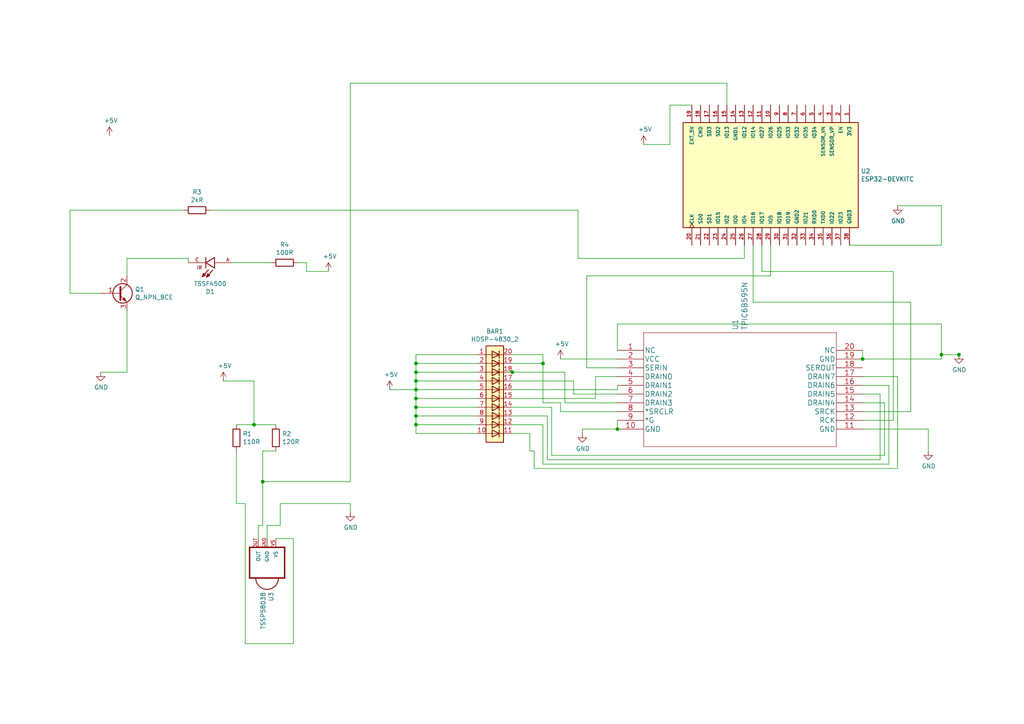
<source format=kicad_sch>
(kicad_sch (version 20211123) (generator eeschema)

  (uuid 42a12a77-c03f-4e63-8bbf-72a02e309af2)

  (paper "A4")

  (lib_symbols
    (symbol "ControlAire-rescue:ESP32-DEVKITC-esp32pry" (pin_names (offset 1.016)) (in_bom yes) (on_board yes)
      (property "Reference" "U" (id 0) (at -15.2654 26.0604 0)
        (effects (font (size 1.27 1.27)) (justify left bottom))
      )
      (property "Value" "ESP32-DEVKITC-esp32pry" (id 1) (at -15.2654 -27.9654 0)
        (effects (font (size 1.27 1.27)) (justify left bottom))
      )
      (property "Footprint" "MODULE_ESP32-DEVKITC" (id 2) (at 0 0 0)
        (effects (font (size 1.27 1.27)) (justify left bottom) hide)
      )
      (property "Datasheet" "" (id 3) (at 0 0 0)
        (effects (font (size 1.27 1.27)) (justify left bottom) hide)
      )
      (property "STANDARD" "Manufacturer Recommendations" (id 4) (at 0 0 0)
        (effects (font (size 1.27 1.27)) (justify left bottom) hide)
      )
      (property "PARTREV" "N/A" (id 5) (at 0 0 0)
        (effects (font (size 1.27 1.27)) (justify left bottom) hide)
      )
      (property "MANUFACTURER" "ESPRESSIF" (id 6) (at 0 0 0)
        (effects (font (size 1.27 1.27)) (justify left bottom) hide)
      )
      (property "ki_locked" "" (id 7) (at 0 0 0)
        (effects (font (size 1.27 1.27)))
      )
      (symbol "ESP32-DEVKITC-esp32pry_0_0"
        (rectangle (start -15.24 -25.4) (end 15.24 25.4)
          (stroke (width 0.254) (type default) (color 0 0 0 0))
          (fill (type background))
        )
        (pin power_in line (at -20.32 22.86 0) (length 5.08)
          (name "3V3" (effects (font (size 1.016 1.016))))
          (number "1" (effects (font (size 1.016 1.016))))
        )
        (pin bidirectional line (at -20.32 0 0) (length 5.08)
          (name "IO26" (effects (font (size 1.016 1.016))))
          (number "10" (effects (font (size 1.016 1.016))))
        )
        (pin bidirectional line (at -20.32 -2.54 0) (length 5.08)
          (name "IO27" (effects (font (size 1.016 1.016))))
          (number "11" (effects (font (size 1.016 1.016))))
        )
        (pin bidirectional line (at -20.32 -5.08 0) (length 5.08)
          (name "IO14" (effects (font (size 1.016 1.016))))
          (number "12" (effects (font (size 1.016 1.016))))
        )
        (pin bidirectional line (at -20.32 -7.62 0) (length 5.08)
          (name "IO12" (effects (font (size 1.016 1.016))))
          (number "13" (effects (font (size 1.016 1.016))))
        )
        (pin power_in line (at -20.32 -10.16 0) (length 5.08)
          (name "GND1" (effects (font (size 1.016 1.016))))
          (number "14" (effects (font (size 1.016 1.016))))
        )
        (pin bidirectional line (at -20.32 -12.7 0) (length 5.08)
          (name "IO13" (effects (font (size 1.016 1.016))))
          (number "15" (effects (font (size 1.016 1.016))))
        )
        (pin bidirectional line (at -20.32 -15.24 0) (length 5.08)
          (name "SD2" (effects (font (size 1.016 1.016))))
          (number "16" (effects (font (size 1.016 1.016))))
        )
        (pin bidirectional line (at -20.32 -17.78 0) (length 5.08)
          (name "SD3" (effects (font (size 1.016 1.016))))
          (number "17" (effects (font (size 1.016 1.016))))
        )
        (pin bidirectional line (at -20.32 -20.32 0) (length 5.08)
          (name "CMD" (effects (font (size 1.016 1.016))))
          (number "18" (effects (font (size 1.016 1.016))))
        )
        (pin power_in line (at -20.32 -22.86 0) (length 5.08)
          (name "EXT_5V" (effects (font (size 1.016 1.016))))
          (number "19" (effects (font (size 1.016 1.016))))
        )
        (pin input line (at -20.32 20.32 0) (length 5.08)
          (name "EN" (effects (font (size 1.016 1.016))))
          (number "2" (effects (font (size 1.016 1.016))))
        )
        (pin input clock (at 20.32 -22.86 180) (length 5.08)
          (name "CLK" (effects (font (size 1.016 1.016))))
          (number "20" (effects (font (size 1.016 1.016))))
        )
        (pin bidirectional line (at 20.32 -20.32 180) (length 5.08)
          (name "SD0" (effects (font (size 1.016 1.016))))
          (number "21" (effects (font (size 1.016 1.016))))
        )
        (pin bidirectional line (at 20.32 -17.78 180) (length 5.08)
          (name "SD1" (effects (font (size 1.016 1.016))))
          (number "22" (effects (font (size 1.016 1.016))))
        )
        (pin bidirectional line (at 20.32 -15.24 180) (length 5.08)
          (name "IO15" (effects (font (size 1.016 1.016))))
          (number "23" (effects (font (size 1.016 1.016))))
        )
        (pin bidirectional line (at 20.32 -12.7 180) (length 5.08)
          (name "IO2" (effects (font (size 1.016 1.016))))
          (number "24" (effects (font (size 1.016 1.016))))
        )
        (pin bidirectional line (at 20.32 -10.16 180) (length 5.08)
          (name "IO0" (effects (font (size 1.016 1.016))))
          (number "25" (effects (font (size 1.016 1.016))))
        )
        (pin bidirectional line (at 20.32 -7.62 180) (length 5.08)
          (name "IO4" (effects (font (size 1.016 1.016))))
          (number "26" (effects (font (size 1.016 1.016))))
        )
        (pin bidirectional line (at 20.32 -5.08 180) (length 5.08)
          (name "IO16" (effects (font (size 1.016 1.016))))
          (number "27" (effects (font (size 1.016 1.016))))
        )
        (pin bidirectional line (at 20.32 -2.54 180) (length 5.08)
          (name "IO17" (effects (font (size 1.016 1.016))))
          (number "28" (effects (font (size 1.016 1.016))))
        )
        (pin bidirectional line (at 20.32 0 180) (length 5.08)
          (name "IO5" (effects (font (size 1.016 1.016))))
          (number "29" (effects (font (size 1.016 1.016))))
        )
        (pin input line (at -20.32 17.78 0) (length 5.08)
          (name "SENSOR_VP" (effects (font (size 1.016 1.016))))
          (number "3" (effects (font (size 1.016 1.016))))
        )
        (pin bidirectional line (at 20.32 2.54 180) (length 5.08)
          (name "IO18" (effects (font (size 1.016 1.016))))
          (number "30" (effects (font (size 1.016 1.016))))
        )
        (pin bidirectional line (at 20.32 5.08 180) (length 5.08)
          (name "IO19" (effects (font (size 1.016 1.016))))
          (number "31" (effects (font (size 1.016 1.016))))
        )
        (pin power_in line (at 20.32 7.62 180) (length 5.08)
          (name "GND2" (effects (font (size 1.016 1.016))))
          (number "32" (effects (font (size 1.016 1.016))))
        )
        (pin bidirectional line (at 20.32 10.16 180) (length 5.08)
          (name "IO21" (effects (font (size 1.016 1.016))))
          (number "33" (effects (font (size 1.016 1.016))))
        )
        (pin input line (at 20.32 12.7 180) (length 5.08)
          (name "RXD0" (effects (font (size 1.016 1.016))))
          (number "34" (effects (font (size 1.016 1.016))))
        )
        (pin output line (at 20.32 15.24 180) (length 5.08)
          (name "TXD0" (effects (font (size 1.016 1.016))))
          (number "35" (effects (font (size 1.016 1.016))))
        )
        (pin bidirectional line (at 20.32 17.78 180) (length 5.08)
          (name "IO22" (effects (font (size 1.016 1.016))))
          (number "36" (effects (font (size 1.016 1.016))))
        )
        (pin bidirectional line (at 20.32 20.32 180) (length 5.08)
          (name "IO23" (effects (font (size 1.016 1.016))))
          (number "37" (effects (font (size 1.016 1.016))))
        )
        (pin power_in line (at 20.32 22.86 180) (length 5.08)
          (name "GND3" (effects (font (size 1.016 1.016))))
          (number "38" (effects (font (size 1.016 1.016))))
        )
        (pin input line (at -20.32 15.24 0) (length 5.08)
          (name "SENSOR_VN" (effects (font (size 1.016 1.016))))
          (number "4" (effects (font (size 1.016 1.016))))
        )
        (pin bidirectional line (at -20.32 12.7 0) (length 5.08)
          (name "IO34" (effects (font (size 1.016 1.016))))
          (number "5" (effects (font (size 1.016 1.016))))
        )
        (pin bidirectional line (at -20.32 10.16 0) (length 5.08)
          (name "IO35" (effects (font (size 1.016 1.016))))
          (number "6" (effects (font (size 1.016 1.016))))
        )
        (pin bidirectional line (at -20.32 7.62 0) (length 5.08)
          (name "IO32" (effects (font (size 1.016 1.016))))
          (number "7" (effects (font (size 1.016 1.016))))
        )
        (pin bidirectional line (at -20.32 5.08 0) (length 5.08)
          (name "IO33" (effects (font (size 1.016 1.016))))
          (number "8" (effects (font (size 1.016 1.016))))
        )
        (pin bidirectional line (at -20.32 2.54 0) (length 5.08)
          (name "IO25" (effects (font (size 1.016 1.016))))
          (number "9" (effects (font (size 1.016 1.016))))
        )
      )
    )
    (symbol "ControlAire-rescue:TPIC6B595N-TPIC6B595N" (pin_names (offset 0.254)) (in_bom yes) (on_board yes)
      (property "Reference" "U" (id 0) (at 35.56 10.16 0)
        (effects (font (size 1.524 1.524)))
      )
      (property "Value" "TPIC6B595N-TPIC6B595N" (id 1) (at 35.56 7.62 0)
        (effects (font (size 1.524 1.524)))
      )
      (property "Footprint" "N20" (id 2) (at 35.56 6.096 0)
        (effects (font (size 1.524 1.524)) hide)
      )
      (property "Datasheet" "" (id 3) (at 0 0 0)
        (effects (font (size 1.524 1.524)))
      )
      (property "ki_locked" "" (id 4) (at 0 0 0)
        (effects (font (size 1.27 1.27)))
      )
      (property "ki_fp_filters" "N20" (id 5) (at 0 0 0)
        (effects (font (size 1.27 1.27)) hide)
      )
      (symbol "TPIC6B595N-TPIC6B595N_1_1"
        (polyline
          (pts
            (xy 7.62 -27.94)
            (xy 63.5 -27.94)
          )
          (stroke (width 0.127) (type default) (color 0 0 0 0))
          (fill (type none))
        )
        (polyline
          (pts
            (xy 7.62 5.08)
            (xy 7.62 -27.94)
          )
          (stroke (width 0.127) (type default) (color 0 0 0 0))
          (fill (type none))
        )
        (polyline
          (pts
            (xy 63.5 -27.94)
            (xy 63.5 5.08)
          )
          (stroke (width 0.127) (type default) (color 0 0 0 0))
          (fill (type none))
        )
        (polyline
          (pts
            (xy 63.5 5.08)
            (xy 7.62 5.08)
          )
          (stroke (width 0.127) (type default) (color 0 0 0 0))
          (fill (type none))
        )
        (pin unspecified line (at 0 0 0) (length 7.62)
          (name "NC" (effects (font (size 1.4986 1.4986))))
          (number "1" (effects (font (size 1.4986 1.4986))))
        )
        (pin power_in line (at 0 -22.86 0) (length 7.62)
          (name "GND" (effects (font (size 1.4986 1.4986))))
          (number "10" (effects (font (size 1.4986 1.4986))))
        )
        (pin power_in line (at 71.12 -22.86 180) (length 7.62)
          (name "GND" (effects (font (size 1.4986 1.4986))))
          (number "11" (effects (font (size 1.4986 1.4986))))
        )
        (pin input line (at 71.12 -20.32 180) (length 7.62)
          (name "RCK" (effects (font (size 1.4986 1.4986))))
          (number "12" (effects (font (size 1.4986 1.4986))))
        )
        (pin input line (at 71.12 -17.78 180) (length 7.62)
          (name "SRCK" (effects (font (size 1.4986 1.4986))))
          (number "13" (effects (font (size 1.4986 1.4986))))
        )
        (pin output line (at 71.12 -15.24 180) (length 7.62)
          (name "DRAIN4" (effects (font (size 1.4986 1.4986))))
          (number "14" (effects (font (size 1.4986 1.4986))))
        )
        (pin output line (at 71.12 -12.7 180) (length 7.62)
          (name "DRAIN5" (effects (font (size 1.4986 1.4986))))
          (number "15" (effects (font (size 1.4986 1.4986))))
        )
        (pin output line (at 71.12 -10.16 180) (length 7.62)
          (name "DRAIN6" (effects (font (size 1.4986 1.4986))))
          (number "16" (effects (font (size 1.4986 1.4986))))
        )
        (pin output line (at 71.12 -7.62 180) (length 7.62)
          (name "DRAIN7" (effects (font (size 1.4986 1.4986))))
          (number "17" (effects (font (size 1.4986 1.4986))))
        )
        (pin output line (at 71.12 -5.08 180) (length 7.62)
          (name "SEROUT" (effects (font (size 1.4986 1.4986))))
          (number "18" (effects (font (size 1.4986 1.4986))))
        )
        (pin power_in line (at 71.12 -2.54 180) (length 7.62)
          (name "GND" (effects (font (size 1.4986 1.4986))))
          (number "19" (effects (font (size 1.4986 1.4986))))
        )
        (pin power_in line (at 0 -2.54 0) (length 7.62)
          (name "VCC" (effects (font (size 1.4986 1.4986))))
          (number "2" (effects (font (size 1.4986 1.4986))))
        )
        (pin unspecified line (at 71.12 0 180) (length 7.62)
          (name "NC" (effects (font (size 1.4986 1.4986))))
          (number "20" (effects (font (size 1.4986 1.4986))))
        )
        (pin input line (at 0 -5.08 0) (length 7.62)
          (name "SERIN" (effects (font (size 1.4986 1.4986))))
          (number "3" (effects (font (size 1.4986 1.4986))))
        )
        (pin output line (at 0 -7.62 0) (length 7.62)
          (name "DRAIN0" (effects (font (size 1.4986 1.4986))))
          (number "4" (effects (font (size 1.4986 1.4986))))
        )
        (pin output line (at 0 -10.16 0) (length 7.62)
          (name "DRAIN1" (effects (font (size 1.4986 1.4986))))
          (number "5" (effects (font (size 1.4986 1.4986))))
        )
        (pin output line (at 0 -12.7 0) (length 7.62)
          (name "DRAIN2" (effects (font (size 1.4986 1.4986))))
          (number "6" (effects (font (size 1.4986 1.4986))))
        )
        (pin output line (at 0 -15.24 0) (length 7.62)
          (name "DRAIN3" (effects (font (size 1.4986 1.4986))))
          (number "7" (effects (font (size 1.4986 1.4986))))
        )
        (pin input line (at 0 -17.78 0) (length 7.62)
          (name "*SRCLR" (effects (font (size 1.4986 1.4986))))
          (number "8" (effects (font (size 1.4986 1.4986))))
        )
        (pin input line (at 0 -20.32 0) (length 7.62)
          (name "*G" (effects (font (size 1.4986 1.4986))))
          (number "9" (effects (font (size 1.4986 1.4986))))
        )
      )
    )
    (symbol "ControlAire-rescue:TSSF4500-ied" (pin_names (offset 1.016) hide) (in_bom yes) (on_board yes)
      (property "Reference" "D" (id 0) (at -3.556 4.826 0)
        (effects (font (size 1.27 1.27)) (justify left bottom))
      )
      (property "Value" "TSSF4500-ied" (id 1) (at -3.556 -3.302 0)
        (effects (font (size 1.27 1.27)) (justify left bottom))
      )
      (property "Footprint" "DIO_TSSF4500" (id 2) (at 0 0 0)
        (effects (font (size 1.27 1.27)) (justify left bottom) hide)
      )
      (property "Datasheet" "" (id 3) (at 0 0 0)
        (effects (font (size 1.27 1.27)) (justify left bottom) hide)
      )
      (property "STANDARD" "Manufacturer Recommendations" (id 4) (at 0 0 0)
        (effects (font (size 1.27 1.27)) (justify left bottom) hide)
      )
      (property "PARTREV" "1.7" (id 5) (at 0 0 0)
        (effects (font (size 1.27 1.27)) (justify left bottom) hide)
      )
      (property "MANUFACTURER" "Vishay" (id 6) (at 0 0 0)
        (effects (font (size 1.27 1.27)) (justify left bottom) hide)
      )
      (property "MAXIMUM_PACKAGE_HEIGHT" "7.8mm" (id 7) (at 0 0 0)
        (effects (font (size 1.27 1.27)) (justify left bottom) hide)
      )
      (property "ki_locked" "" (id 8) (at 0 0 0)
        (effects (font (size 1.27 1.27)))
      )
      (symbol "TSSF4500-ied_0_0"
        (polyline
          (pts
            (xy -2.54 -1.524)
            (xy 0 0)
          )
          (stroke (width 0.254) (type default) (color 0 0 0 0))
          (fill (type none))
        )
        (polyline
          (pts
            (xy -2.54 0)
            (xy -5.08 0)
          )
          (stroke (width 0.1524) (type default) (color 0 0 0 0))
          (fill (type none))
        )
        (polyline
          (pts
            (xy -2.54 0)
            (xy -2.54 -1.524)
          )
          (stroke (width 0.254) (type default) (color 0 0 0 0))
          (fill (type none))
        )
        (polyline
          (pts
            (xy -2.54 1.524)
            (xy -2.54 0)
          )
          (stroke (width 0.254) (type default) (color 0 0 0 0))
          (fill (type none))
        )
        (polyline
          (pts
            (xy -1.1176 3.683)
            (xy -0.2286 4.1656)
          )
          (stroke (width 0.254) (type default) (color 0 0 0 0))
          (fill (type none))
        )
        (polyline
          (pts
            (xy -0.9398 3.6068)
            (xy -0.7112 3.7592)
          )
          (stroke (width 0.254) (type default) (color 0 0 0 0))
          (fill (type none))
        )
        (polyline
          (pts
            (xy -0.5588 3.2004)
            (xy -1.1176 3.683)
          )
          (stroke (width 0.254) (type default) (color 0 0 0 0))
          (fill (type none))
        )
        (polyline
          (pts
            (xy -0.5588 3.2004)
            (xy -0.5334 3.937)
          )
          (stroke (width 0.254) (type default) (color 0 0 0 0))
          (fill (type none))
        )
        (polyline
          (pts
            (xy -0.5334 3.937)
            (xy -0.6604 3.937)
          )
          (stroke (width 0.254) (type default) (color 0 0 0 0))
          (fill (type none))
        )
        (polyline
          (pts
            (xy -0.2286 4.1656)
            (xy -2.0066 2.1336)
          )
          (stroke (width 0.254) (type default) (color 0 0 0 0))
          (fill (type none))
        )
        (polyline
          (pts
            (xy -0.2286 4.1656)
            (xy -0.5588 3.2004)
          )
          (stroke (width 0.254) (type default) (color 0 0 0 0))
          (fill (type none))
        )
        (polyline
          (pts
            (xy 0 0)
            (xy -2.54 1.524)
          )
          (stroke (width 0.254) (type default) (color 0 0 0 0))
          (fill (type none))
        )
        (polyline
          (pts
            (xy 0 1.524)
            (xy 0 -1.524)
          )
          (stroke (width 0.254) (type default) (color 0 0 0 0))
          (fill (type none))
        )
        (polyline
          (pts
            (xy 0.127 3.5814)
            (xy 1.016 4.064)
          )
          (stroke (width 0.254) (type default) (color 0 0 0 0))
          (fill (type none))
        )
        (polyline
          (pts
            (xy 0.3048 3.5052)
            (xy 0.5334 3.6576)
          )
          (stroke (width 0.254) (type default) (color 0 0 0 0))
          (fill (type none))
        )
        (polyline
          (pts
            (xy 0.6858 3.0988)
            (xy 0.127 3.5814)
          )
          (stroke (width 0.254) (type default) (color 0 0 0 0))
          (fill (type none))
        )
        (polyline
          (pts
            (xy 0.6858 3.0988)
            (xy 0.7112 3.8354)
          )
          (stroke (width 0.254) (type default) (color 0 0 0 0))
          (fill (type none))
        )
        (polyline
          (pts
            (xy 0.7112 3.8354)
            (xy 0.5842 3.8354)
          )
          (stroke (width 0.254) (type default) (color 0 0 0 0))
          (fill (type none))
        )
        (polyline
          (pts
            (xy 1.016 4.064)
            (xy -0.762 2.032)
          )
          (stroke (width 0.254) (type default) (color 0 0 0 0))
          (fill (type none))
        )
        (polyline
          (pts
            (xy 1.016 4.064)
            (xy 0.6858 3.0988)
          )
          (stroke (width 0.254) (type default) (color 0 0 0 0))
          (fill (type none))
        )
        (text "IR" (at 1.016 2.032 0)
          (effects (font (size 1.016 1.016)) (justify left bottom))
        )
        (pin passive line (at -7.62 0 0) (length 2.54)
          (name "~" (effects (font (size 1.016 1.016))))
          (number "A" (effects (font (size 1.016 1.016))))
        )
        (pin passive line (at 5.08 0 180) (length 5.08)
          (name "~" (effects (font (size 1.016 1.016))))
          (number "C" (effects (font (size 1.016 1.016))))
        )
      )
    )
    (symbol "ControlAire-rescue:TSSP58038-TSSP58038" (pin_names (offset 1.016)) (in_bom yes) (on_board yes)
      (property "Reference" "U" (id 0) (at 2.54 -5.588 0)
        (effects (font (size 1.27 1.27)) (justify left bottom))
      )
      (property "Value" "TSSP58038-TSSP58038" (id 1) (at 2.54 7.366 0)
        (effects (font (size 1.27 1.27)) (justify left bottom))
      )
      (property "Footprint" "TSSP58038" (id 2) (at 0 0 0)
        (effects (font (size 1.27 1.27)) (justify left bottom) hide)
      )
      (property "Datasheet" "" (id 3) (at 0 0 0)
        (effects (font (size 1.27 1.27)) (justify left bottom) hide)
      )
      (property "ki_locked" "" (id 4) (at 0 0 0)
        (effects (font (size 1.27 1.27)))
      )
      (symbol "TSSP58038-TSSP58038_0_0"
        (polyline
          (pts
            (xy -3.81 5.08)
            (xy -3.81 -5.08)
          )
          (stroke (width 0.4064) (type default) (color 0 0 0 0))
          (fill (type none))
        )
        (polyline
          (pts
            (xy -3.81 5.08)
            (xy 5.08 5.08)
          )
          (stroke (width 0.4064) (type default) (color 0 0 0 0))
          (fill (type none))
        )
        (polyline
          (pts
            (xy 5.08 -5.08)
            (xy -3.81 -5.08)
          )
          (stroke (width 0.4064) (type default) (color 0 0 0 0))
          (fill (type none))
        )
        (polyline
          (pts
            (xy 5.08 -5.08)
            (xy 5.08 -3.302)
          )
          (stroke (width 0.4064) (type default) (color 0 0 0 0))
          (fill (type none))
        )
        (polyline
          (pts
            (xy 5.08 -3.302)
            (xy 5.08 3.302)
          )
          (stroke (width 0.4064) (type default) (color 0 0 0 0))
          (fill (type none))
        )
        (polyline
          (pts
            (xy 5.08 3.302)
            (xy 5.08 5.08)
          )
          (stroke (width 0.4064) (type default) (color 0 0 0 0))
          (fill (type none))
        )
        (arc (start 5.08 -3.302) (mid 8.382 0) (end 5.08 3.302)
          (stroke (width 0.254) (type default) (color 0 0 0 0))
          (fill (type none))
        )
        (pin bidirectional line (at -6.35 0 0) (length 2.54)
          (name "GND" (effects (font (size 1.016 1.016))))
          (number "GND" (effects (font (size 1.016 1.016))))
        )
        (pin bidirectional line (at -6.35 -2.54 0) (length 2.54)
          (name "OUT" (effects (font (size 1.016 1.016))))
          (number "OUT" (effects (font (size 1.016 1.016))))
        )
        (pin bidirectional line (at -6.35 2.54 0) (length 2.54)
          (name "VS" (effects (font (size 1.016 1.016))))
          (number "VS" (effects (font (size 1.016 1.016))))
        )
      )
    )
    (symbol "Device:Q_NPN_BCE" (pin_names (offset 0) hide) (in_bom yes) (on_board yes)
      (property "Reference" "Q" (id 0) (at 5.08 1.27 0)
        (effects (font (size 1.27 1.27)) (justify left))
      )
      (property "Value" "Q_NPN_BCE" (id 1) (at 5.08 -1.27 0)
        (effects (font (size 1.27 1.27)) (justify left))
      )
      (property "Footprint" "" (id 2) (at 5.08 2.54 0)
        (effects (font (size 1.27 1.27)) hide)
      )
      (property "Datasheet" "~" (id 3) (at 0 0 0)
        (effects (font (size 1.27 1.27)) hide)
      )
      (property "ki_keywords" "transistor NPN" (id 4) (at 0 0 0)
        (effects (font (size 1.27 1.27)) hide)
      )
      (property "ki_description" "NPN transistor, base/collector/emitter" (id 5) (at 0 0 0)
        (effects (font (size 1.27 1.27)) hide)
      )
      (symbol "Q_NPN_BCE_0_1"
        (polyline
          (pts
            (xy 0.635 0.635)
            (xy 2.54 2.54)
          )
          (stroke (width 0) (type default) (color 0 0 0 0))
          (fill (type none))
        )
        (polyline
          (pts
            (xy 0.635 -0.635)
            (xy 2.54 -2.54)
            (xy 2.54 -2.54)
          )
          (stroke (width 0) (type default) (color 0 0 0 0))
          (fill (type none))
        )
        (polyline
          (pts
            (xy 0.635 1.905)
            (xy 0.635 -1.905)
            (xy 0.635 -1.905)
          )
          (stroke (width 0.508) (type default) (color 0 0 0 0))
          (fill (type none))
        )
        (polyline
          (pts
            (xy 1.27 -1.778)
            (xy 1.778 -1.27)
            (xy 2.286 -2.286)
            (xy 1.27 -1.778)
            (xy 1.27 -1.778)
          )
          (stroke (width 0) (type default) (color 0 0 0 0))
          (fill (type outline))
        )
        (circle (center 1.27 0) (radius 2.8194)
          (stroke (width 0.254) (type default) (color 0 0 0 0))
          (fill (type none))
        )
      )
      (symbol "Q_NPN_BCE_1_1"
        (pin input line (at -5.08 0 0) (length 5.715)
          (name "B" (effects (font (size 1.27 1.27))))
          (number "1" (effects (font (size 1.27 1.27))))
        )
        (pin passive line (at 2.54 5.08 270) (length 2.54)
          (name "C" (effects (font (size 1.27 1.27))))
          (number "2" (effects (font (size 1.27 1.27))))
        )
        (pin passive line (at 2.54 -5.08 90) (length 2.54)
          (name "E" (effects (font (size 1.27 1.27))))
          (number "3" (effects (font (size 1.27 1.27))))
        )
      )
    )
    (symbol "Device:R" (pin_numbers hide) (pin_names (offset 0)) (in_bom yes) (on_board yes)
      (property "Reference" "R" (id 0) (at 2.032 0 90)
        (effects (font (size 1.27 1.27)))
      )
      (property "Value" "R" (id 1) (at 0 0 90)
        (effects (font (size 1.27 1.27)))
      )
      (property "Footprint" "" (id 2) (at -1.778 0 90)
        (effects (font (size 1.27 1.27)) hide)
      )
      (property "Datasheet" "~" (id 3) (at 0 0 0)
        (effects (font (size 1.27 1.27)) hide)
      )
      (property "ki_keywords" "R res resistor" (id 4) (at 0 0 0)
        (effects (font (size 1.27 1.27)) hide)
      )
      (property "ki_description" "Resistor" (id 5) (at 0 0 0)
        (effects (font (size 1.27 1.27)) hide)
      )
      (property "ki_fp_filters" "R_*" (id 6) (at 0 0 0)
        (effects (font (size 1.27 1.27)) hide)
      )
      (symbol "R_0_1"
        (rectangle (start -1.016 -2.54) (end 1.016 2.54)
          (stroke (width 0.254) (type default) (color 0 0 0 0))
          (fill (type none))
        )
      )
      (symbol "R_1_1"
        (pin passive line (at 0 3.81 270) (length 1.27)
          (name "~" (effects (font (size 1.27 1.27))))
          (number "1" (effects (font (size 1.27 1.27))))
        )
        (pin passive line (at 0 -3.81 90) (length 1.27)
          (name "~" (effects (font (size 1.27 1.27))))
          (number "2" (effects (font (size 1.27 1.27))))
        )
      )
    )
    (symbol "LED:HDSP-4830_2" (pin_names (offset 1.016) hide) (in_bom yes) (on_board yes)
      (property "Reference" "BAR" (id 0) (at 0 15.24 0)
        (effects (font (size 1.27 1.27)))
      )
      (property "Value" "HDSP-4830_2" (id 1) (at 0 -17.78 0)
        (effects (font (size 1.27 1.27)))
      )
      (property "Footprint" "Display:HDSP-4830" (id 2) (at 0 -20.32 0)
        (effects (font (size 1.27 1.27)) hide)
      )
      (property "Datasheet" "https://docs.broadcom.com/docs/AV02-1798EN" (id 3) (at -50.8 5.08 0)
        (effects (font (size 1.27 1.27)) hide)
      )
      (property "ki_keywords" "display LED array" (id 4) (at 0 0 0)
        (effects (font (size 1.27 1.27)) hide)
      )
      (property "ki_description" "BAR GRAPH 10 segment block, high efficiency red" (id 5) (at 0 0 0)
        (effects (font (size 1.27 1.27)) hide)
      )
      (property "ki_fp_filters" "HDSP?48*" (id 6) (at 0 0 0)
        (effects (font (size 1.27 1.27)) hide)
      )
      (symbol "HDSP-4830_2_0_1"
        (rectangle (start -2.54 12.7) (end 2.54 -15.24)
          (stroke (width 0.254) (type default) (color 0 0 0 0))
          (fill (type background))
        )
        (polyline
          (pts
            (xy -2.54 -12.7)
            (xy 2.54 -12.7)
          )
          (stroke (width 0) (type default) (color 0 0 0 0))
          (fill (type none))
        )
        (polyline
          (pts
            (xy -2.54 -10.16)
            (xy 2.54 -10.16)
          )
          (stroke (width 0) (type default) (color 0 0 0 0))
          (fill (type none))
        )
        (polyline
          (pts
            (xy -2.54 -7.62)
            (xy 2.54 -7.62)
          )
          (stroke (width 0) (type default) (color 0 0 0 0))
          (fill (type none))
        )
        (polyline
          (pts
            (xy -2.54 -5.08)
            (xy 2.54 -5.08)
          )
          (stroke (width 0) (type default) (color 0 0 0 0))
          (fill (type none))
        )
        (polyline
          (pts
            (xy -2.54 0)
            (xy 2.54 0)
          )
          (stroke (width 0) (type default) (color 0 0 0 0))
          (fill (type none))
        )
        (polyline
          (pts
            (xy -2.54 5.08)
            (xy 2.54 5.08)
          )
          (stroke (width 0) (type default) (color 0 0 0 0))
          (fill (type none))
        )
        (polyline
          (pts
            (xy -2.54 7.62)
            (xy 2.54 7.62)
          )
          (stroke (width 0) (type default) (color 0 0 0 0))
          (fill (type none))
        )
        (polyline
          (pts
            (xy -2.54 10.16)
            (xy 2.54 10.16)
          )
          (stroke (width 0) (type default) (color 0 0 0 0))
          (fill (type none))
        )
        (polyline
          (pts
            (xy 1.27 -11.684)
            (xy 1.27 -13.716)
          )
          (stroke (width 0.254) (type default) (color 0 0 0 0))
          (fill (type none))
        )
        (polyline
          (pts
            (xy 1.27 -9.144)
            (xy 1.27 -11.176)
          )
          (stroke (width 0.254) (type default) (color 0 0 0 0))
          (fill (type none))
        )
        (polyline
          (pts
            (xy 1.27 -6.604)
            (xy 1.27 -8.636)
          )
          (stroke (width 0.254) (type default) (color 0 0 0 0))
          (fill (type none))
        )
        (polyline
          (pts
            (xy 1.27 -4.064)
            (xy 1.27 -6.096)
          )
          (stroke (width 0.254) (type default) (color 0 0 0 0))
          (fill (type none))
        )
        (polyline
          (pts
            (xy 1.27 -1.524)
            (xy 1.27 -3.556)
          )
          (stroke (width 0.254) (type default) (color 0 0 0 0))
          (fill (type none))
        )
        (polyline
          (pts
            (xy 1.27 1.016)
            (xy 1.27 -1.016)
          )
          (stroke (width 0.254) (type default) (color 0 0 0 0))
          (fill (type none))
        )
        (polyline
          (pts
            (xy 1.27 3.556)
            (xy 1.27 1.524)
          )
          (stroke (width 0.254) (type default) (color 0 0 0 0))
          (fill (type none))
        )
        (polyline
          (pts
            (xy 1.27 6.096)
            (xy 1.27 4.064)
          )
          (stroke (width 0.254) (type default) (color 0 0 0 0))
          (fill (type none))
        )
        (polyline
          (pts
            (xy 1.27 8.636)
            (xy 1.27 6.604)
          )
          (stroke (width 0.254) (type default) (color 0 0 0 0))
          (fill (type none))
        )
        (polyline
          (pts
            (xy 1.27 11.176)
            (xy 1.27 9.144)
          )
          (stroke (width 0.254) (type default) (color 0 0 0 0))
          (fill (type none))
        )
        (polyline
          (pts
            (xy 2.54 -2.54)
            (xy -2.54 -2.54)
          )
          (stroke (width 0) (type default) (color 0 0 0 0))
          (fill (type none))
        )
        (polyline
          (pts
            (xy 2.54 2.54)
            (xy -2.54 2.54)
          )
          (stroke (width 0) (type default) (color 0 0 0 0))
          (fill (type none))
        )
        (polyline
          (pts
            (xy -0.762 -11.684)
            (xy -0.762 -13.716)
            (xy 1.27 -12.7)
            (xy -0.762 -11.684)
          )
          (stroke (width 0.254) (type default) (color 0 0 0 0))
          (fill (type none))
        )
        (polyline
          (pts
            (xy -0.762 -9.144)
            (xy -0.762 -11.176)
            (xy 1.27 -10.16)
            (xy -0.762 -9.144)
          )
          (stroke (width 0.254) (type default) (color 0 0 0 0))
          (fill (type none))
        )
        (polyline
          (pts
            (xy -0.762 -6.604)
            (xy -0.762 -8.636)
            (xy 1.27 -7.62)
            (xy -0.762 -6.604)
          )
          (stroke (width 0.254) (type default) (color 0 0 0 0))
          (fill (type none))
        )
        (polyline
          (pts
            (xy -0.762 -4.064)
            (xy -0.762 -6.096)
            (xy 1.27 -5.08)
            (xy -0.762 -4.064)
          )
          (stroke (width 0.254) (type default) (color 0 0 0 0))
          (fill (type none))
        )
        (polyline
          (pts
            (xy -0.762 -1.524)
            (xy -0.762 -3.556)
            (xy 1.27 -2.54)
            (xy -0.762 -1.524)
          )
          (stroke (width 0.254) (type default) (color 0 0 0 0))
          (fill (type none))
        )
        (polyline
          (pts
            (xy -0.762 1.016)
            (xy -0.762 -1.016)
            (xy 1.27 0)
            (xy -0.762 1.016)
          )
          (stroke (width 0.254) (type default) (color 0 0 0 0))
          (fill (type none))
        )
        (polyline
          (pts
            (xy -0.762 3.556)
            (xy -0.762 1.524)
            (xy 1.27 2.54)
            (xy -0.762 3.556)
          )
          (stroke (width 0.254) (type default) (color 0 0 0 0))
          (fill (type none))
        )
        (polyline
          (pts
            (xy -0.762 6.096)
            (xy -0.762 4.064)
            (xy 1.27 5.08)
            (xy -0.762 6.096)
          )
          (stroke (width 0.254) (type default) (color 0 0 0 0))
          (fill (type none))
        )
        (polyline
          (pts
            (xy -0.762 8.636)
            (xy -0.762 6.604)
            (xy 1.27 7.62)
            (xy -0.762 8.636)
          )
          (stroke (width 0.254) (type default) (color 0 0 0 0))
          (fill (type none))
        )
        (polyline
          (pts
            (xy -0.762 11.176)
            (xy -0.762 9.144)
            (xy 1.27 10.16)
            (xy -0.762 11.176)
          )
          (stroke (width 0.254) (type default) (color 0 0 0 0))
          (fill (type none))
        )
      )
      (symbol "HDSP-4830_2_1_1"
        (pin passive line (at -5.08 10.16 0) (length 2.54)
          (name "A" (effects (font (size 1.27 1.27))))
          (number "1" (effects (font (size 1.27 1.27))))
        )
        (pin passive line (at -5.08 -12.7 0) (length 2.54)
          (name "A" (effects (font (size 1.27 1.27))))
          (number "10" (effects (font (size 1.27 1.27))))
        )
        (pin passive line (at 5.08 -12.7 180) (length 2.54)
          (name "K" (effects (font (size 1.27 1.27))))
          (number "11" (effects (font (size 1.27 1.27))))
        )
        (pin passive line (at 5.08 -10.16 180) (length 2.54)
          (name "K" (effects (font (size 1.27 1.27))))
          (number "12" (effects (font (size 1.27 1.27))))
        )
        (pin passive line (at 5.08 -7.62 180) (length 2.54)
          (name "K" (effects (font (size 1.27 1.27))))
          (number "13" (effects (font (size 1.27 1.27))))
        )
        (pin passive line (at 5.08 -5.08 180) (length 2.54)
          (name "K" (effects (font (size 1.27 1.27))))
          (number "14" (effects (font (size 1.27 1.27))))
        )
        (pin passive line (at 5.08 -2.54 180) (length 2.54)
          (name "K" (effects (font (size 1.27 1.27))))
          (number "15" (effects (font (size 1.27 1.27))))
        )
        (pin passive line (at 5.08 0 180) (length 2.54)
          (name "K" (effects (font (size 1.27 1.27))))
          (number "16" (effects (font (size 1.27 1.27))))
        )
        (pin passive line (at 5.08 2.54 180) (length 2.54)
          (name "K" (effects (font (size 1.27 1.27))))
          (number "17" (effects (font (size 1.27 1.27))))
        )
        (pin passive line (at 5.08 5.08 180) (length 2.54)
          (name "K" (effects (font (size 1.27 1.27))))
          (number "18" (effects (font (size 1.27 1.27))))
        )
        (pin passive line (at 5.08 7.62 180) (length 2.54)
          (name "K" (effects (font (size 1.27 1.27))))
          (number "19" (effects (font (size 1.27 1.27))))
        )
        (pin passive line (at -5.08 7.62 0) (length 2.54)
          (name "A" (effects (font (size 1.27 1.27))))
          (number "2" (effects (font (size 1.27 1.27))))
        )
        (pin passive line (at 5.08 10.16 180) (length 2.54)
          (name "K" (effects (font (size 1.27 1.27))))
          (number "20" (effects (font (size 1.27 1.27))))
        )
        (pin passive line (at -5.08 5.08 0) (length 2.54)
          (name "A" (effects (font (size 1.27 1.27))))
          (number "3" (effects (font (size 1.27 1.27))))
        )
        (pin passive line (at -5.08 2.54 0) (length 2.54)
          (name "A" (effects (font (size 1.27 1.27))))
          (number "4" (effects (font (size 1.27 1.27))))
        )
        (pin passive line (at -5.08 0 0) (length 2.54)
          (name "A" (effects (font (size 1.27 1.27))))
          (number "5" (effects (font (size 1.27 1.27))))
        )
        (pin passive line (at -5.08 -2.54 0) (length 2.54)
          (name "A" (effects (font (size 1.27 1.27))))
          (number "6" (effects (font (size 1.27 1.27))))
        )
        (pin passive line (at -5.08 -5.08 0) (length 2.54)
          (name "A" (effects (font (size 1.27 1.27))))
          (number "7" (effects (font (size 1.27 1.27))))
        )
        (pin passive line (at -5.08 -7.62 0) (length 2.54)
          (name "A" (effects (font (size 1.27 1.27))))
          (number "8" (effects (font (size 1.27 1.27))))
        )
        (pin passive line (at -5.08 -10.16 0) (length 2.54)
          (name "A" (effects (font (size 1.27 1.27))))
          (number "9" (effects (font (size 1.27 1.27))))
        )
      )
    )
    (symbol "power:+5V" (power) (pin_names (offset 0)) (in_bom yes) (on_board yes)
      (property "Reference" "#PWR" (id 0) (at 0 -3.81 0)
        (effects (font (size 1.27 1.27)) hide)
      )
      (property "Value" "+5V" (id 1) (at 0 3.556 0)
        (effects (font (size 1.27 1.27)))
      )
      (property "Footprint" "" (id 2) (at 0 0 0)
        (effects (font (size 1.27 1.27)) hide)
      )
      (property "Datasheet" "" (id 3) (at 0 0 0)
        (effects (font (size 1.27 1.27)) hide)
      )
      (property "ki_keywords" "power-flag" (id 4) (at 0 0 0)
        (effects (font (size 1.27 1.27)) hide)
      )
      (property "ki_description" "Power symbol creates a global label with name \"+5V\"" (id 5) (at 0 0 0)
        (effects (font (size 1.27 1.27)) hide)
      )
      (symbol "+5V_0_1"
        (polyline
          (pts
            (xy -0.762 1.27)
            (xy 0 2.54)
          )
          (stroke (width 0) (type default) (color 0 0 0 0))
          (fill (type none))
        )
        (polyline
          (pts
            (xy 0 0)
            (xy 0 2.54)
          )
          (stroke (width 0) (type default) (color 0 0 0 0))
          (fill (type none))
        )
        (polyline
          (pts
            (xy 0 2.54)
            (xy 0.762 1.27)
          )
          (stroke (width 0) (type default) (color 0 0 0 0))
          (fill (type none))
        )
      )
      (symbol "+5V_1_1"
        (pin power_in line (at 0 0 90) (length 0) hide
          (name "+5V" (effects (font (size 1.27 1.27))))
          (number "1" (effects (font (size 1.27 1.27))))
        )
      )
    )
    (symbol "power:GND" (power) (pin_names (offset 0)) (in_bom yes) (on_board yes)
      (property "Reference" "#PWR" (id 0) (at 0 -6.35 0)
        (effects (font (size 1.27 1.27)) hide)
      )
      (property "Value" "GND" (id 1) (at 0 -3.81 0)
        (effects (font (size 1.27 1.27)))
      )
      (property "Footprint" "" (id 2) (at 0 0 0)
        (effects (font (size 1.27 1.27)) hide)
      )
      (property "Datasheet" "" (id 3) (at 0 0 0)
        (effects (font (size 1.27 1.27)) hide)
      )
      (property "ki_keywords" "power-flag" (id 4) (at 0 0 0)
        (effects (font (size 1.27 1.27)) hide)
      )
      (property "ki_description" "Power symbol creates a global label with name \"GND\" , ground" (id 5) (at 0 0 0)
        (effects (font (size 1.27 1.27)) hide)
      )
      (symbol "GND_0_1"
        (polyline
          (pts
            (xy 0 0)
            (xy 0 -1.27)
            (xy 1.27 -1.27)
            (xy 0 -2.54)
            (xy -1.27 -1.27)
            (xy 0 -1.27)
          )
          (stroke (width 0) (type default) (color 0 0 0 0))
          (fill (type none))
        )
      )
      (symbol "GND_1_1"
        (pin power_in line (at 0 0 270) (length 0) hide
          (name "GND" (effects (font (size 1.27 1.27))))
          (number "1" (effects (font (size 1.27 1.27))))
        )
      )
    )
  )

  (junction (at 120.65 113.03) (diameter 0) (color 0 0 0 0)
    (uuid 024e2087-d010-4ed4-b371-21eaca0104c9)
  )
  (junction (at 120.65 107.95) (diameter 0) (color 0 0 0 0)
    (uuid 130042fc-747d-4a04-93ec-97a139226be3)
  )
  (junction (at 179.07 124.46) (diameter 0) (color 0 0 0 0)
    (uuid 299e3260-0c75-48ea-8668-bead4c1888ac)
  )
  (junction (at 76.2 139.7) (diameter 0) (color 0 0 0 0)
    (uuid 47338379-04af-43b0-96e9-bd914529a212)
  )
  (junction (at 120.65 120.65) (diameter 0) (color 0 0 0 0)
    (uuid 4b2b692b-edd8-4eb0-9f84-eaae96be79e7)
  )
  (junction (at 120.65 115.57) (diameter 0) (color 0 0 0 0)
    (uuid 53dd9846-4705-472c-b1ef-974d12288db6)
  )
  (junction (at 120.65 123.19) (diameter 0) (color 0 0 0 0)
    (uuid 75e9df81-5956-4b82-b8d2-e3574cb6ed6f)
  )
  (junction (at 278.13 102.87) (diameter 0) (color 0 0 0 0)
    (uuid 7c7f9d43-9742-4e3c-9448-a920d9217e00)
  )
  (junction (at 120.65 105.41) (diameter 0) (color 0 0 0 0)
    (uuid 846676ff-fca0-4695-a1d7-b48079eb676a)
  )
  (junction (at 120.65 118.11) (diameter 0) (color 0 0 0 0)
    (uuid 89aec593-79d5-4537-80ab-fe597614200e)
  )
  (junction (at 157.48 105.41) (diameter 0) (color 0 0 0 0)
    (uuid 9d1a1c41-d1ba-4372-9ae7-1957b1a94508)
  )
  (junction (at 120.65 110.49) (diameter 0) (color 0 0 0 0)
    (uuid a2eaef9d-fbd6-475c-95b5-5b27b6149fea)
  )
  (junction (at 148.59 107.95) (diameter 0) (color 0 0 0 0)
    (uuid a46030d3-7a55-44e1-bf2b-160aed9ccde1)
  )
  (junction (at 250.19 104.14) (diameter 0) (color 0 0 0 0)
    (uuid cc33d2a6-887b-4909-8a01-7aa2593a47d9)
  )
  (junction (at 73.66 123.19) (diameter 0) (color 0 0 0 0)
    (uuid dae5a566-ec35-4ecf-a2e7-8f1f9b7ebcdd)
  )
  (junction (at 273.05 102.87) (diameter 0) (color 0 0 0 0)
    (uuid ea459903-dda1-46ff-934b-ed7e5b5986a7)
  )

  (wire (pts (xy 20.32 85.09) (xy 29.21 85.09))
    (stroke (width 0) (type default) (color 0 0 0 0))
    (uuid 02e6397f-f987-4436-951d-26f1413da107)
  )
  (wire (pts (xy 257.81 134.62) (xy 257.81 111.76))
    (stroke (width 0) (type default) (color 0 0 0 0))
    (uuid 02f7340f-ca4e-4f68-a736-ffb3e1cbe2e0)
  )
  (wire (pts (xy 36.83 74.93) (xy 54.61 74.93))
    (stroke (width 0) (type default) (color 0 0 0 0))
    (uuid 07bcd6fc-2b5b-4a03-b9b0-60ff4a8bbf9c)
  )
  (wire (pts (xy 157.48 116.84) (xy 162.56 116.84))
    (stroke (width 0) (type default) (color 0 0 0 0))
    (uuid 0c12b560-4427-4409-8654-f292792c2a03)
  )
  (wire (pts (xy 76.2 152.4) (xy 74.93 152.4))
    (stroke (width 0) (type default) (color 0 0 0 0))
    (uuid 0c23a35f-bd79-4b80-b232-329205ecfca2)
  )
  (wire (pts (xy 120.65 115.57) (xy 138.43 115.57))
    (stroke (width 0) (type default) (color 0 0 0 0))
    (uuid 0d374561-4158-46ea-88ed-b76806abad4c)
  )
  (wire (pts (xy 148.59 107.95) (xy 163.83 107.95))
    (stroke (width 0) (type default) (color 0 0 0 0))
    (uuid 10348f25-a209-4deb-a6b3-adbd4b32283f)
  )
  (wire (pts (xy 120.65 118.11) (xy 138.43 118.11))
    (stroke (width 0) (type default) (color 0 0 0 0))
    (uuid 10ab554a-f26d-4dee-afff-9d9ee7754d78)
  )
  (wire (pts (xy 260.35 109.22) (xy 260.35 135.89))
    (stroke (width 0) (type default) (color 0 0 0 0))
    (uuid 133dfca5-ffb9-4e7e-9b22-aa99539472f9)
  )
  (wire (pts (xy 259.08 121.92) (xy 250.19 121.92))
    (stroke (width 0) (type default) (color 0 0 0 0))
    (uuid 16805d6e-7ad7-49e6-8354-3820b9eda699)
  )
  (wire (pts (xy 67.31 76.2) (xy 78.74 76.2))
    (stroke (width 0) (type default) (color 0 0 0 0))
    (uuid 1ab8ec27-a5cd-4d12-b796-010021f9b86f)
  )
  (wire (pts (xy 223.52 80.01) (xy 170.18 80.01))
    (stroke (width 0) (type default) (color 0 0 0 0))
    (uuid 1ac25add-de6c-4100-a6c8-5c15c47b04b5)
  )
  (wire (pts (xy 85.09 186.69) (xy 85.09 156.21))
    (stroke (width 0) (type default) (color 0 0 0 0))
    (uuid 1b023892-054e-48a9-912f-0ebe3a7cfc11)
  )
  (wire (pts (xy 76.2 139.7) (xy 76.2 152.4))
    (stroke (width 0) (type default) (color 0 0 0 0))
    (uuid 1bd80875-827b-43af-a802-399b122f2c80)
  )
  (wire (pts (xy 81.28 152.4) (xy 77.47 152.4))
    (stroke (width 0) (type default) (color 0 0 0 0))
    (uuid 1e38c21d-adde-4928-aad9-60aea2c4045c)
  )
  (wire (pts (xy 154.94 135.89) (xy 154.94 130.81))
    (stroke (width 0) (type default) (color 0 0 0 0))
    (uuid 1f28d528-6a9e-4118-a950-bbeabf437f22)
  )
  (wire (pts (xy 194.31 41.91) (xy 194.31 30.48))
    (stroke (width 0) (type default) (color 0 0 0 0))
    (uuid 236fc486-5481-481e-a67f-77e4b856a598)
  )
  (wire (pts (xy 147.32 107.95) (xy 148.59 107.95))
    (stroke (width 0) (type default) (color 0 0 0 0))
    (uuid 2e5e72d3-5b92-4466-8da9-fc3466d2be88)
  )
  (wire (pts (xy 73.66 123.19) (xy 73.66 110.49))
    (stroke (width 0) (type default) (color 0 0 0 0))
    (uuid 2f7d7c4f-4990-4ff3-9607-6ad0ea0edf69)
  )
  (wire (pts (xy 120.65 113.03) (xy 138.43 113.03))
    (stroke (width 0) (type default) (color 0 0 0 0))
    (uuid 30e24cdf-053e-45dd-9222-e7a8b6870c14)
  )
  (wire (pts (xy 250.19 109.22) (xy 260.35 109.22))
    (stroke (width 0) (type default) (color 0 0 0 0))
    (uuid 30e5ec43-1f07-490b-915b-3833bd7d454a)
  )
  (wire (pts (xy 73.66 110.49) (xy 64.77 110.49))
    (stroke (width 0) (type default) (color 0 0 0 0))
    (uuid 32c193cf-8546-4db7-81d1-ba7e41d2ce8e)
  )
  (wire (pts (xy 259.08 78.74) (xy 259.08 121.92))
    (stroke (width 0) (type default) (color 0 0 0 0))
    (uuid 350fc695-4568-4987-9a76-af083574496e)
  )
  (wire (pts (xy 179.07 121.92) (xy 179.07 124.46))
    (stroke (width 0) (type default) (color 0 0 0 0))
    (uuid 36064d00-6131-485a-ad44-f6d293abf719)
  )
  (wire (pts (xy 160.02 118.11) (xy 148.59 118.11))
    (stroke (width 0) (type default) (color 0 0 0 0))
    (uuid 398da0d9-e664-4c73-8ba7-416ee848e748)
  )
  (wire (pts (xy 80.01 130.81) (xy 76.2 130.81))
    (stroke (width 0) (type default) (color 0 0 0 0))
    (uuid 3a0d1996-a046-4652-bed1-4ee3291bf4e9)
  )
  (wire (pts (xy 162.56 119.38) (xy 179.07 119.38))
    (stroke (width 0) (type default) (color 0 0 0 0))
    (uuid 44e845eb-d491-4a61-af42-e4949655570a)
  )
  (wire (pts (xy 250.19 104.14) (xy 273.05 104.14))
    (stroke (width 0) (type default) (color 0 0 0 0))
    (uuid 4fb1dcd9-56d0-4dc3-b7b5-3e88c70ebd67)
  )
  (wire (pts (xy 273.05 93.98) (xy 273.05 102.87))
    (stroke (width 0) (type default) (color 0 0 0 0))
    (uuid 500158d9-92a1-4e9b-87d8-6df950ae8bda)
  )
  (wire (pts (xy 148.59 110.49) (xy 166.37 110.49))
    (stroke (width 0) (type default) (color 0 0 0 0))
    (uuid 506dd789-d070-4f31-a36f-c845b4c6f815)
  )
  (wire (pts (xy 157.48 134.62) (xy 257.81 134.62))
    (stroke (width 0) (type default) (color 0 0 0 0))
    (uuid 5219c711-4f51-4619-b8c8-8ac4bcc9630f)
  )
  (wire (pts (xy 113.03 113.03) (xy 120.65 113.03))
    (stroke (width 0) (type default) (color 0 0 0 0))
    (uuid 54d481e6-7923-4228-971f-537d18e5ef30)
  )
  (wire (pts (xy 218.44 71.12) (xy 218.44 87.63))
    (stroke (width 0) (type default) (color 0 0 0 0))
    (uuid 55f67a64-4cf2-48b9-ad1b-6b4018b34b02)
  )
  (wire (pts (xy 162.56 104.14) (xy 179.07 104.14))
    (stroke (width 0) (type default) (color 0 0 0 0))
    (uuid 56500699-0035-4e82-af4d-f1255055687b)
  )
  (wire (pts (xy 167.64 74.93) (xy 215.9 74.93))
    (stroke (width 0) (type default) (color 0 0 0 0))
    (uuid 5836a85b-5528-456d-a2da-f31e3a982c5c)
  )
  (wire (pts (xy 74.93 152.4) (xy 74.93 156.21))
    (stroke (width 0) (type default) (color 0 0 0 0))
    (uuid 5ab72c6b-f9fa-4560-90ff-c8f8f395265f)
  )
  (wire (pts (xy 54.61 74.93) (xy 54.61 76.2))
    (stroke (width 0) (type default) (color 0 0 0 0))
    (uuid 5afafd3c-b9ba-46ce-bcf6-54764a107865)
  )
  (wire (pts (xy 101.6 139.7) (xy 76.2 139.7))
    (stroke (width 0) (type default) (color 0 0 0 0))
    (uuid 5cb89346-87ba-4bef-9bcd-4cbc64aad3b2)
  )
  (wire (pts (xy 120.65 102.87) (xy 138.43 102.87))
    (stroke (width 0) (type default) (color 0 0 0 0))
    (uuid 66c88ac2-0aed-49d9-af36-3625905459c9)
  )
  (wire (pts (xy 36.83 80.01) (xy 36.83 74.93))
    (stroke (width 0) (type default) (color 0 0 0 0))
    (uuid 67e6a728-9d20-454d-8b64-16e07a4a3b8c)
  )
  (wire (pts (xy 153.67 125.73) (xy 148.59 125.73))
    (stroke (width 0) (type default) (color 0 0 0 0))
    (uuid 69575f48-9f88-486c-a6c6-c1cff45921b7)
  )
  (wire (pts (xy 120.65 118.11) (xy 120.65 120.65))
    (stroke (width 0) (type default) (color 0 0 0 0))
    (uuid 69f4a5ac-a17c-4c5d-b200-65a218a1c87b)
  )
  (wire (pts (xy 220.98 78.74) (xy 259.08 78.74))
    (stroke (width 0) (type default) (color 0 0 0 0))
    (uuid 6b3a57e6-698a-44cf-ae7e-4ba2eda1ba48)
  )
  (wire (pts (xy 166.37 110.49) (xy 166.37 114.3))
    (stroke (width 0) (type default) (color 0 0 0 0))
    (uuid 7004fdf5-6987-492b-be88-ce180179cf87)
  )
  (wire (pts (xy 68.58 123.19) (xy 73.66 123.19))
    (stroke (width 0) (type default) (color 0 0 0 0))
    (uuid 70102598-334d-4a42-9874-4581df3a46c0)
  )
  (wire (pts (xy 172.72 109.22) (xy 179.07 109.22))
    (stroke (width 0) (type default) (color 0 0 0 0))
    (uuid 75d251fa-2200-49a0-9411-25a1fa55ef39)
  )
  (wire (pts (xy 153.67 130.81) (xy 153.67 125.73))
    (stroke (width 0) (type default) (color 0 0 0 0))
    (uuid 75daa288-3284-49a2-b2d4-e554926fc132)
  )
  (wire (pts (xy 120.65 110.49) (xy 120.65 113.03))
    (stroke (width 0) (type default) (color 0 0 0 0))
    (uuid 77426ebb-7bff-4880-884f-0dd2e6b4cf2b)
  )
  (wire (pts (xy 215.9 74.93) (xy 215.9 71.12))
    (stroke (width 0) (type default) (color 0 0 0 0))
    (uuid 77ba8064-ebc3-4f4e-8276-4791b94ecc5e)
  )
  (wire (pts (xy 179.07 93.98) (xy 273.05 93.98))
    (stroke (width 0) (type default) (color 0 0 0 0))
    (uuid 77cc4361-8923-4a6b-9743-5af8a0998b06)
  )
  (wire (pts (xy 163.83 116.84) (xy 179.07 116.84))
    (stroke (width 0) (type default) (color 0 0 0 0))
    (uuid 785ec40e-2a3c-4e91-90d5-c3e2819de449)
  )
  (wire (pts (xy 88.9 76.2) (xy 88.9 78.74))
    (stroke (width 0) (type default) (color 0 0 0 0))
    (uuid 79a1edc7-8f5c-4bf5-b1b3-e864c6d91c6f)
  )
  (wire (pts (xy 179.07 113.03) (xy 179.07 111.76))
    (stroke (width 0) (type default) (color 0 0 0 0))
    (uuid 7a3db65d-a17f-43f9-91ac-c2c6dc2a2be1)
  )
  (wire (pts (xy 71.12 146.05) (xy 71.12 186.69))
    (stroke (width 0) (type default) (color 0 0 0 0))
    (uuid 7c0a677f-a16a-4e38-8604-ab508c5f651c)
  )
  (wire (pts (xy 278.13 104.14) (xy 278.13 102.87))
    (stroke (width 0) (type default) (color 0 0 0 0))
    (uuid 7debf292-fdb3-4bb3-8d53-f93fef4bdbd2)
  )
  (wire (pts (xy 148.59 102.87) (xy 157.48 102.87))
    (stroke (width 0) (type default) (color 0 0 0 0))
    (uuid 7f46c43a-beff-4fe7-ab88-70c71bcd1c21)
  )
  (wire (pts (xy 81.28 146.05) (xy 101.6 146.05))
    (stroke (width 0) (type default) (color 0 0 0 0))
    (uuid 833413db-3d61-45b6-a2cf-e650be3c1845)
  )
  (wire (pts (xy 76.2 130.81) (xy 76.2 139.7))
    (stroke (width 0) (type default) (color 0 0 0 0))
    (uuid 83ecc0f4-1bba-4a3d-8e30-58446bd529c0)
  )
  (wire (pts (xy 71.12 186.69) (xy 85.09 186.69))
    (stroke (width 0) (type default) (color 0 0 0 0))
    (uuid 84ee56d0-1e1c-467e-ba9c-96f036756756)
  )
  (wire (pts (xy 120.65 120.65) (xy 120.65 123.19))
    (stroke (width 0) (type default) (color 0 0 0 0))
    (uuid 899dca89-5f77-46a2-9f47-46a1a51071e7)
  )
  (wire (pts (xy 210.82 24.13) (xy 210.82 30.48))
    (stroke (width 0) (type default) (color 0 0 0 0))
    (uuid 8a1126df-0fe6-4bcf-b01c-0c1680f63c8b)
  )
  (wire (pts (xy 278.13 102.87) (xy 273.05 102.87))
    (stroke (width 0) (type default) (color 0 0 0 0))
    (uuid 8a345128-304b-49c2-8125-82f49f5952d1)
  )
  (wire (pts (xy 88.9 76.2) (xy 86.36 76.2))
    (stroke (width 0) (type default) (color 0 0 0 0))
    (uuid 8baf1d9f-54ca-4b24-afa0-ad91e79c6b44)
  )
  (wire (pts (xy 256.54 116.84) (xy 256.54 132.08))
    (stroke (width 0) (type default) (color 0 0 0 0))
    (uuid 8d7ecf6b-2228-4a44-b6ca-126e4ecc269d)
  )
  (wire (pts (xy 120.65 110.49) (xy 138.43 110.49))
    (stroke (width 0) (type default) (color 0 0 0 0))
    (uuid 8de51fef-e8cf-4224-b7ff-5becc047d417)
  )
  (wire (pts (xy 166.37 114.3) (xy 179.07 114.3))
    (stroke (width 0) (type default) (color 0 0 0 0))
    (uuid 8f47b2c6-db79-4f3a-9c16-04f08cc692d6)
  )
  (wire (pts (xy 250.19 114.3) (xy 255.27 114.3))
    (stroke (width 0) (type default) (color 0 0 0 0))
    (uuid 8fa7cfa9-d892-4860-8bae-3753cd4401a9)
  )
  (wire (pts (xy 170.18 80.01) (xy 170.18 106.68))
    (stroke (width 0) (type default) (color 0 0 0 0))
    (uuid 9168e24d-b01f-48e3-bd86-01d47f914707)
  )
  (wire (pts (xy 120.65 105.41) (xy 120.65 107.95))
    (stroke (width 0) (type default) (color 0 0 0 0))
    (uuid 941acc87-f613-43e6-9b65-61fd56604cb7)
  )
  (wire (pts (xy 246.38 71.12) (xy 273.05 71.12))
    (stroke (width 0) (type default) (color 0 0 0 0))
    (uuid 9434bb14-a700-4660-a855-6faf4747a238)
  )
  (wire (pts (xy 120.65 125.73) (xy 138.43 125.73))
    (stroke (width 0) (type default) (color 0 0 0 0))
    (uuid 962c56ec-46a5-4f6c-a5c7-ed96120b9abb)
  )
  (wire (pts (xy 120.65 115.57) (xy 120.65 118.11))
    (stroke (width 0) (type default) (color 0 0 0 0))
    (uuid 9de40996-52fc-4470-9de2-fb2740c590f9)
  )
  (wire (pts (xy 186.69 41.91) (xy 194.31 41.91))
    (stroke (width 0) (type default) (color 0 0 0 0))
    (uuid a1b9892b-e718-4b50-97a1-3a3a2ceba212)
  )
  (wire (pts (xy 20.32 60.96) (xy 20.32 85.09))
    (stroke (width 0) (type default) (color 0 0 0 0))
    (uuid a26d51b9-540b-4e1e-b123-80aacb82593f)
  )
  (wire (pts (xy 157.48 134.62) (xy 157.48 123.19))
    (stroke (width 0) (type default) (color 0 0 0 0))
    (uuid a41e236a-2b74-4c50-92b5-dc30d48b97e5)
  )
  (wire (pts (xy 120.65 123.19) (xy 138.43 123.19))
    (stroke (width 0) (type default) (color 0 0 0 0))
    (uuid a48b4763-f3ea-42df-bbce-615a96da8ba9)
  )
  (wire (pts (xy 60.96 60.96) (xy 167.64 60.96))
    (stroke (width 0) (type default) (color 0 0 0 0))
    (uuid a49e561e-b42e-414a-9dda-342301877677)
  )
  (wire (pts (xy 120.65 113.03) (xy 120.65 115.57))
    (stroke (width 0) (type default) (color 0 0 0 0))
    (uuid a71464d6-fdc4-45cf-a059-691aaa8efd03)
  )
  (wire (pts (xy 101.6 24.13) (xy 210.82 24.13))
    (stroke (width 0) (type default) (color 0 0 0 0))
    (uuid aab74b06-0574-4972-96f9-38489c2bf08b)
  )
  (wire (pts (xy 257.81 111.76) (xy 250.19 111.76))
    (stroke (width 0) (type default) (color 0 0 0 0))
    (uuid adfac157-dff8-445f-9b69-d317bb693641)
  )
  (wire (pts (xy 218.44 87.63) (xy 264.16 87.63))
    (stroke (width 0) (type default) (color 0 0 0 0))
    (uuid ae8637e2-887b-4ba9-a5f6-84847fb8ad85)
  )
  (wire (pts (xy 73.66 123.19) (xy 80.01 123.19))
    (stroke (width 0) (type default) (color 0 0 0 0))
    (uuid ae949f48-f862-4da9-9f52-6f39923c7725)
  )
  (wire (pts (xy 160.02 132.08) (xy 160.02 118.11))
    (stroke (width 0) (type default) (color 0 0 0 0))
    (uuid b2b30151-273a-4284-821b-67265301657b)
  )
  (wire (pts (xy 68.58 146.05) (xy 71.12 146.05))
    (stroke (width 0) (type default) (color 0 0 0 0))
    (uuid b2ee9f5a-3fc6-4451-90bf-7b63dd588531)
  )
  (wire (pts (xy 154.94 130.81) (xy 153.67 130.81))
    (stroke (width 0) (type default) (color 0 0 0 0))
    (uuid b4b4c5a1-ab10-41e2-8483-7915b82e974f)
  )
  (wire (pts (xy 167.64 60.96) (xy 167.64 74.93))
    (stroke (width 0) (type default) (color 0 0 0 0))
    (uuid b5d6dccb-dcbd-476e-a843-d26070e35c0d)
  )
  (wire (pts (xy 120.65 105.41) (xy 138.43 105.41))
    (stroke (width 0) (type default) (color 0 0 0 0))
    (uuid b6671cf4-749e-42d7-8995-f8eb3ae0d001)
  )
  (wire (pts (xy 260.35 59.69) (xy 273.05 59.69))
    (stroke (width 0) (type default) (color 0 0 0 0))
    (uuid b734f733-c622-4e27-b689-bf4a2779723f)
  )
  (wire (pts (xy 250.19 101.6) (xy 250.19 104.14))
    (stroke (width 0) (type default) (color 0 0 0 0))
    (uuid b769b08d-1386-4a93-b3c5-b59d544cbb5c)
  )
  (wire (pts (xy 170.18 106.68) (xy 179.07 106.68))
    (stroke (width 0) (type default) (color 0 0 0 0))
    (uuid b8cc743d-ff21-470e-8bcb-dec61d76f451)
  )
  (wire (pts (xy 168.91 124.46) (xy 179.07 124.46))
    (stroke (width 0) (type default) (color 0 0 0 0))
    (uuid b912107a-706d-4f6d-acfc-5f2136751cff)
  )
  (wire (pts (xy 120.65 107.95) (xy 120.65 110.49))
    (stroke (width 0) (type default) (color 0 0 0 0))
    (uuid ba8cdca4-19ee-4128-b43d-7c17bdc22425)
  )
  (wire (pts (xy 158.75 133.35) (xy 158.75 120.65))
    (stroke (width 0) (type default) (color 0 0 0 0))
    (uuid c213f104-0bfe-46da-b053-b7bd04405a9b)
  )
  (wire (pts (xy 148.59 113.03) (xy 179.07 113.03))
    (stroke (width 0) (type default) (color 0 0 0 0))
    (uuid c3968438-1a40-4877-8114-a960c43b7531)
  )
  (wire (pts (xy 81.28 146.05) (xy 81.28 152.4))
    (stroke (width 0) (type default) (color 0 0 0 0))
    (uuid c3e5f1c6-f63f-4038-9cd3-acdafcb9ead8)
  )
  (wire (pts (xy 223.52 71.12) (xy 223.52 80.01))
    (stroke (width 0) (type default) (color 0 0 0 0))
    (uuid c4180bcc-f188-43b2-852a-1c5cc246dfd8)
  )
  (wire (pts (xy 68.58 130.81) (xy 68.58 146.05))
    (stroke (width 0) (type default) (color 0 0 0 0))
    (uuid c5700cd5-8a64-42d1-b68b-e02d2ceba63c)
  )
  (wire (pts (xy 77.47 152.4) (xy 77.47 156.21))
    (stroke (width 0) (type default) (color 0 0 0 0))
    (uuid c6263ab9-8433-4731-9f22-adc06410078e)
  )
  (wire (pts (xy 220.98 71.12) (xy 220.98 78.74))
    (stroke (width 0) (type default) (color 0 0 0 0))
    (uuid c79d2874-87b4-4547-85d9-728ef6793ae0)
  )
  (wire (pts (xy 264.16 87.63) (xy 264.16 119.38))
    (stroke (width 0) (type default) (color 0 0 0 0))
    (uuid c8471f08-2419-4665-ba6a-1899b07c02d0)
  )
  (wire (pts (xy 157.48 105.41) (xy 157.48 116.84))
    (stroke (width 0) (type default) (color 0 0 0 0))
    (uuid ca015f6e-bdcd-4fc3-ad74-e6a6f324531b)
  )
  (wire (pts (xy 36.83 90.17) (xy 36.83 107.95))
    (stroke (width 0) (type default) (color 0 0 0 0))
    (uuid ca223480-78ee-4ac8-a738-4cddedfada07)
  )
  (wire (pts (xy 120.65 123.19) (xy 120.65 125.73))
    (stroke (width 0) (type default) (color 0 0 0 0))
    (uuid cd24e8bc-186e-40c2-b1dd-a12e4a63f5e3)
  )
  (wire (pts (xy 255.27 114.3) (xy 255.27 133.35))
    (stroke (width 0) (type default) (color 0 0 0 0))
    (uuid d0d3fc95-d2a5-43c8-9844-b2d7dc73946a)
  )
  (wire (pts (xy 158.75 120.65) (xy 148.59 120.65))
    (stroke (width 0) (type default) (color 0 0 0 0))
    (uuid d4003179-0b31-4c12-a0ad-df7da72a7b16)
  )
  (wire (pts (xy 250.19 116.84) (xy 256.54 116.84))
    (stroke (width 0) (type default) (color 0 0 0 0))
    (uuid d5262c72-3805-4c6f-9562-0e9abf47221b)
  )
  (wire (pts (xy 250.19 124.46) (xy 269.24 124.46))
    (stroke (width 0) (type default) (color 0 0 0 0))
    (uuid d7b3d656-b042-4c7f-892a-aefd68bc1f8d)
  )
  (wire (pts (xy 120.65 120.65) (xy 138.43 120.65))
    (stroke (width 0) (type default) (color 0 0 0 0))
    (uuid d9f929c9-e17e-4c4e-a447-49c0ce456a5b)
  )
  (wire (pts (xy 260.35 135.89) (xy 154.94 135.89))
    (stroke (width 0) (type default) (color 0 0 0 0))
    (uuid db06a0c5-7c7a-4d13-8b31-07c96374c3ea)
  )
  (wire (pts (xy 168.91 124.46) (xy 168.91 125.73))
    (stroke (width 0) (type default) (color 0 0 0 0))
    (uuid dcefd12b-f45c-44c6-90c8-7d58d316e936)
  )
  (wire (pts (xy 162.56 116.84) (xy 162.56 119.38))
    (stroke (width 0) (type default) (color 0 0 0 0))
    (uuid dd348862-6e7d-4d5b-a7df-118f27db0944)
  )
  (wire (pts (xy 256.54 132.08) (xy 160.02 132.08))
    (stroke (width 0) (type default) (color 0 0 0 0))
    (uuid dec7a698-7866-4be3-8c2d-e638a98d1b30)
  )
  (wire (pts (xy 163.83 107.95) (xy 163.83 116.84))
    (stroke (width 0) (type default) (color 0 0 0 0))
    (uuid e162c111-0d5c-467f-b406-a93431a8ead1)
  )
  (wire (pts (xy 172.72 115.57) (xy 172.72 109.22))
    (stroke (width 0) (type default) (color 0 0 0 0))
    (uuid e2ed6d43-ccd2-4f42-9c8f-43b5f01b3a3c)
  )
  (wire (pts (xy 95.25 78.74) (xy 88.9 78.74))
    (stroke (width 0) (type default) (color 0 0 0 0))
    (uuid e41f7c25-b948-45a6-9c45-b2e5e496f9e9)
  )
  (wire (pts (xy 255.27 133.35) (xy 158.75 133.35))
    (stroke (width 0) (type default) (color 0 0 0 0))
    (uuid e4631507-df97-48c3-95ef-93af88d89b50)
  )
  (wire (pts (xy 85.09 156.21) (xy 80.01 156.21))
    (stroke (width 0) (type default) (color 0 0 0 0))
    (uuid e5fb274e-9a4b-4e4e-865b-030f52bdcb87)
  )
  (wire (pts (xy 157.48 102.87) (xy 157.48 105.41))
    (stroke (width 0) (type default) (color 0 0 0 0))
    (uuid e64048e0-296a-4fa3-aeea-28818840d2a6)
  )
  (wire (pts (xy 101.6 24.13) (xy 101.6 139.7))
    (stroke (width 0) (type default) (color 0 0 0 0))
    (uuid e80714ad-56e1-494c-a3aa-b698f94f6aee)
  )
  (wire (pts (xy 273.05 102.87) (xy 273.05 104.14))
    (stroke (width 0) (type default) (color 0 0 0 0))
    (uuid e8ebafcb-459c-4dc9-83ab-ca750ac48654)
  )
  (wire (pts (xy 264.16 119.38) (xy 250.19 119.38))
    (stroke (width 0) (type default) (color 0 0 0 0))
    (uuid ee76bbfb-d160-4a3d-81f2-9276811454e9)
  )
  (wire (pts (xy 120.65 107.95) (xy 138.43 107.95))
    (stroke (width 0) (type default) (color 0 0 0 0))
    (uuid f3ca31f2-0372-4ec7-830d-14ca0f037576)
  )
  (wire (pts (xy 179.07 101.6) (xy 179.07 93.98))
    (stroke (width 0) (type default) (color 0 0 0 0))
    (uuid f41d83eb-06a3-44b4-9478-201e62f65fff)
  )
  (wire (pts (xy 29.21 107.95) (xy 36.83 107.95))
    (stroke (width 0) (type default) (color 0 0 0 0))
    (uuid f465c692-049a-46fe-ab89-85fb2f29c48a)
  )
  (wire (pts (xy 273.05 59.69) (xy 273.05 71.12))
    (stroke (width 0) (type default) (color 0 0 0 0))
    (uuid f55c3d62-b3fd-4cca-bcf5-2839a3a7577b)
  )
  (wire (pts (xy 148.59 105.41) (xy 157.48 105.41))
    (stroke (width 0) (type default) (color 0 0 0 0))
    (uuid f7206a72-49ca-44c1-852c-c92349a0e2a8)
  )
  (wire (pts (xy 120.65 102.87) (xy 120.65 105.41))
    (stroke (width 0) (type default) (color 0 0 0 0))
    (uuid f7cc7fad-3a1a-4c68-af6e-af79af50d8cf)
  )
  (wire (pts (xy 269.24 124.46) (xy 269.24 130.81))
    (stroke (width 0) (type default) (color 0 0 0 0))
    (uuid f84ac6b1-05aa-4e98-b06d-24b878d6b994)
  )
  (wire (pts (xy 148.59 115.57) (xy 172.72 115.57))
    (stroke (width 0) (type default) (color 0 0 0 0))
    (uuid f85b961d-68ba-4f33-9e47-b45d998a6778)
  )
  (wire (pts (xy 53.34 60.96) (xy 20.32 60.96))
    (stroke (width 0) (type default) (color 0 0 0 0))
    (uuid fb4a5873-c78d-47ad-bc08-fa3394f98e9a)
  )
  (wire (pts (xy 194.31 30.48) (xy 200.66 30.48))
    (stroke (width 0) (type default) (color 0 0 0 0))
    (uuid fb553376-30f4-4736-9593-795409474542)
  )
  (wire (pts (xy 157.48 123.19) (xy 148.59 123.19))
    (stroke (width 0) (type default) (color 0 0 0 0))
    (uuid fd9216ce-4935-4c0b-a924-721d59e3a21d)
  )
  (wire (pts (xy 101.6 146.05) (xy 101.6 148.59))
    (stroke (width 0) (type default) (color 0 0 0 0))
    (uuid fec897cf-9c06-4256-b507-fc848ef70890)
  )

  (symbol (lib_id "ControlAire-rescue:TPIC6B595N-TPIC6B595N") (at 179.07 101.6 0) (unit 1)
    (in_bom yes) (on_board yes)
    (uuid 00000000-0000-0000-0000-000062b2f597)
    (property "Reference" "U1" (id 0) (at 213.2838 95.8088 90)
      (effects (font (size 1.524 1.524)) (justify left))
    )
    (property "Value" "TPIC6B595N" (id 1) (at 215.9762 95.8088 90)
      (effects (font (size 1.524 1.524)) (justify left))
    )
    (property "Footprint" "tpi:DIP254P762X508-20" (id 2) (at 214.63 95.504 0)
      (effects (font (size 1.524 1.524)) hide)
    )
    (property "Datasheet" "" (id 3) (at 179.07 101.6 0)
      (effects (font (size 1.524 1.524)))
    )
    (pin "1" (uuid 5273958f-9b85-4dfb-8563-bdedb22ac202))
    (pin "10" (uuid 923447e3-1a54-4809-8aff-d41542dfd1ed))
    (pin "11" (uuid d460c5b7-c896-47b5-9d8d-4e94324a3431))
    (pin "12" (uuid 3d03f9d5-736a-4061-bec1-702d7c76ebe6))
    (pin "13" (uuid 021b9a64-5b90-4ce4-8e3e-5b004248964f))
    (pin "14" (uuid b1174d4a-a2ce-48be-af95-680b9fa604de))
    (pin "15" (uuid 881feb48-42a8-48a4-953e-653c77309a4a))
    (pin "16" (uuid 0ad95be0-68d8-4d20-af09-b0a027576f51))
    (pin "17" (uuid 0b4364db-8c1a-422b-a8c7-5f8b0885810e))
    (pin "18" (uuid 134683cb-588d-4f28-9d23-bf328e8a8efe))
    (pin "19" (uuid 2ece5933-28e8-49d4-846b-da0658c5b473))
    (pin "2" (uuid 3bad6d14-62f8-4b6f-be07-ccb1b3399c87))
    (pin "20" (uuid cc37e5e2-f7ef-4d6c-b889-e047ae73e28c))
    (pin "3" (uuid 6ba983e0-da4f-46c0-a22d-f8ee0b41eeee))
    (pin "4" (uuid b02443cd-045b-4fcb-b654-80f36a478f50))
    (pin "5" (uuid 89b7fd74-cd14-4d69-80f2-fabc033cde32))
    (pin "6" (uuid a33b0aa0-ca69-4b18-b3f0-229c0a6de10b))
    (pin "7" (uuid 86ee8c0b-6f99-4aa0-8686-cdf1a1ef3377))
    (pin "8" (uuid 355ae4f2-80a1-4241-9667-d48c4683e4b2))
    (pin "9" (uuid f7e61d81-3e22-47dc-9de6-ad510d78ab96))
  )

  (symbol (lib_id "ControlAire-rescue:ESP32-DEVKITC-esp32pry") (at 223.52 50.8 270) (unit 1)
    (in_bom yes) (on_board yes)
    (uuid 00000000-0000-0000-0000-000062b3056e)
    (property "Reference" "U2" (id 0) (at 249.682 49.6316 90)
      (effects (font (size 1.27 1.27)) (justify left))
    )
    (property "Value" "ESP32-DEVKITC" (id 1) (at 249.682 51.943 90)
      (effects (font (size 1.27 1.27)) (justify left))
    )
    (property "Footprint" "esp:MODULE_ESP32-DEVKITC-32D" (id 2) (at 223.52 50.8 0)
      (effects (font (size 1.27 1.27)) (justify left bottom) hide)
    )
    (property "Datasheet" "" (id 3) (at 223.52 50.8 0)
      (effects (font (size 1.27 1.27)) (justify left bottom) hide)
    )
    (property "STANDARD" "Manufacturer Recommendations" (id 4) (at 223.52 50.8 0)
      (effects (font (size 1.27 1.27)) (justify left bottom) hide)
    )
    (property "PARTREV" "N/A" (id 5) (at 223.52 50.8 0)
      (effects (font (size 1.27 1.27)) (justify left bottom) hide)
    )
    (property "MANUFACTURER" "ESPRESSIF" (id 6) (at 223.52 50.8 0)
      (effects (font (size 1.27 1.27)) (justify left bottom) hide)
    )
    (pin "1" (uuid 2f6f4bd4-a5bd-4d76-8e54-7cac234dd950))
    (pin "10" (uuid 86d70c82-83b1-45c8-97f9-72a6a5455e76))
    (pin "11" (uuid 8422c17b-4faa-4e06-85ee-0891c0a49a1e))
    (pin "12" (uuid 6c5a39ab-abdf-416a-9fe2-2ef59786645e))
    (pin "13" (uuid b8321c61-18c2-4409-a129-5ad3fd1e17e9))
    (pin "14" (uuid ca623202-b182-47a5-84f4-1debf9d46374))
    (pin "15" (uuid 807c3dee-f21d-4242-852f-846c5b1c8d56))
    (pin "16" (uuid d34e7af0-440a-4d78-a9e5-2d539358a55c))
    (pin "17" (uuid b005f2ba-46b9-4e71-889c-0cd6235e4b4c))
    (pin "18" (uuid e4653f63-5def-47aa-b31f-07af84a891dc))
    (pin "19" (uuid 82c55051-1956-4353-b15b-6735aa2788b2))
    (pin "2" (uuid 06b0cdbd-5cf9-4d77-bfb7-9b679a9b8b18))
    (pin "20" (uuid 8119cae7-088c-4c09-a347-b3748d981180))
    (pin "21" (uuid bf859258-7db0-4b17-8cc7-a2979a4ebe1f))
    (pin "22" (uuid 094a1940-59d9-4d60-9c65-cb56ca075907))
    (pin "23" (uuid e116123f-5a0c-4343-9dfd-dcf800537874))
    (pin "24" (uuid 98eb24ff-0d2a-46e3-8a48-6b4d88d2b50d))
    (pin "25" (uuid 0ab3129c-0359-4f22-b1fe-96bb5732b71e))
    (pin "26" (uuid b525d029-0c22-455a-8a70-f8de41c7027c))
    (pin "27" (uuid 0478d1c8-9d56-4d22-8dda-8c7c3df456ae))
    (pin "28" (uuid bdf9aa66-4fe8-4ddf-9420-4244fdae9342))
    (pin "29" (uuid 0a2d9a05-b807-453b-afd0-7f3504c37959))
    (pin "3" (uuid a4bbcbb1-38af-4389-ae08-430c8203bc11))
    (pin "30" (uuid 1e08d260-4213-496e-b564-c923e3cc295d))
    (pin "31" (uuid 2f851dec-af6f-4679-9e4c-e413857e5c40))
    (pin "32" (uuid d76b1b2a-905e-4b7d-823b-812b7f311bee))
    (pin "33" (uuid 9f2a9fc2-2b86-44cd-ac90-ee4dcf26bdeb))
    (pin "34" (uuid 34921f0f-5e80-480a-94f3-a077fbe02043))
    (pin "35" (uuid 33912f8c-f5d9-4fe0-b92c-5a4fe9553be8))
    (pin "36" (uuid 4dc164ae-82c5-41f1-b674-b0039e9e43f1))
    (pin "37" (uuid 66268360-b34b-4f8b-855c-00a91dd69ef7))
    (pin "38" (uuid 2f342f1c-a344-4dde-a979-0e72977ea430))
    (pin "4" (uuid da467ada-b9ab-4a8b-b848-4c2b61e53d9b))
    (pin "5" (uuid db10152c-e45a-4f7d-a5dc-55ffd698edf7))
    (pin "6" (uuid bb7e9409-7956-4cab-9eef-c0b2dbd41d6c))
    (pin "7" (uuid d5184d52-9e8f-4bee-8e26-4b198a5e38f1))
    (pin "8" (uuid afe559c1-5802-459a-8685-4ac989218125))
    (pin "9" (uuid 16055694-ab13-4bb2-912a-dc9c10ebab88))
  )

  (symbol (lib_id "Device:R") (at 82.55 76.2 90) (unit 1)
    (in_bom yes) (on_board yes)
    (uuid 00000000-0000-0000-0000-000062b3369c)
    (property "Reference" "R4" (id 0) (at 82.55 70.9422 90))
    (property "Value" "100R" (id 1) (at 82.55 73.2536 90))
    (property "Footprint" "Resistor_THT:R_Axial_DIN0204_L3.6mm_D1.6mm_P5.08mm_Horizontal" (id 2) (at 82.55 77.978 90)
      (effects (font (size 1.27 1.27)) hide)
    )
    (property "Datasheet" "~" (id 3) (at 82.55 76.2 0)
      (effects (font (size 1.27 1.27)) hide)
    )
    (pin "1" (uuid 32956542-4972-4e91-b66e-8256a9070834))
    (pin "2" (uuid 03671527-327a-441e-a8d3-f6a59ca16ad9))
  )

  (symbol (lib_id "Device:R") (at 80.01 127 0) (unit 1)
    (in_bom yes) (on_board yes)
    (uuid 00000000-0000-0000-0000-000062b37e78)
    (property "Reference" "R2" (id 0) (at 81.788 125.8316 0)
      (effects (font (size 1.27 1.27)) (justify left))
    )
    (property "Value" "120R" (id 1) (at 81.788 128.143 0)
      (effects (font (size 1.27 1.27)) (justify left))
    )
    (property "Footprint" "Resistor_THT:R_Axial_DIN0204_L3.6mm_D1.6mm_P5.08mm_Horizontal" (id 2) (at 78.232 127 90)
      (effects (font (size 1.27 1.27)) hide)
    )
    (property "Datasheet" "~" (id 3) (at 80.01 127 0)
      (effects (font (size 1.27 1.27)) hide)
    )
    (pin "1" (uuid 45c090c4-38a5-4377-92ec-e483de1c4add))
    (pin "2" (uuid 10b60b7d-7fd4-46b1-88da-75cf86915c55))
  )

  (symbol (lib_id "Device:R") (at 68.58 127 0) (unit 1)
    (in_bom yes) (on_board yes)
    (uuid 00000000-0000-0000-0000-000062b38010)
    (property "Reference" "R1" (id 0) (at 70.358 125.8316 0)
      (effects (font (size 1.27 1.27)) (justify left))
    )
    (property "Value" "110R" (id 1) (at 70.358 128.143 0)
      (effects (font (size 1.27 1.27)) (justify left))
    )
    (property "Footprint" "Resistor_THT:R_Axial_DIN0204_L3.6mm_D1.6mm_P5.08mm_Horizontal" (id 2) (at 66.802 127 90)
      (effects (font (size 1.27 1.27)) hide)
    )
    (property "Datasheet" "~" (id 3) (at 68.58 127 0)
      (effects (font (size 1.27 1.27)) hide)
    )
    (pin "1" (uuid 69c275b5-85d8-4a03-94f9-eb0c85d32ca6))
    (pin "2" (uuid 6f192b89-52db-4b44-be4e-bcb7a678e82e))
  )

  (symbol (lib_id "ControlAire-rescue:TSSF4500-ied") (at 59.69 76.2 180) (unit 1)
    (in_bom yes) (on_board yes)
    (uuid 00000000-0000-0000-0000-000062b3cd0c)
    (property "Reference" "D1" (id 0) (at 60.96 84.6074 0))
    (property "Value" "TSSF4500" (id 1) (at 60.96 82.296 0))
    (property "Footprint" "ied:DIO_TSSF4500" (id 2) (at 59.69 76.2 0)
      (effects (font (size 1.27 1.27)) (justify left bottom) hide)
    )
    (property "Datasheet" "" (id 3) (at 59.69 76.2 0)
      (effects (font (size 1.27 1.27)) (justify left bottom) hide)
    )
    (property "STANDARD" "Manufacturer Recommendations" (id 4) (at 59.69 76.2 0)
      (effects (font (size 1.27 1.27)) (justify left bottom) hide)
    )
    (property "PARTREV" "1.7" (id 5) (at 59.69 76.2 0)
      (effects (font (size 1.27 1.27)) (justify left bottom) hide)
    )
    (property "MANUFACTURER" "Vishay" (id 6) (at 59.69 76.2 0)
      (effects (font (size 1.27 1.27)) (justify left bottom) hide)
    )
    (property "MAXIMUM_PACKAGE_HEIGHT" "7.8mm" (id 7) (at 59.69 76.2 0)
      (effects (font (size 1.27 1.27)) (justify left bottom) hide)
    )
    (pin "A" (uuid 3447e7e0-1048-43cf-9a30-4801635a9e62))
    (pin "C" (uuid 3e4ab97d-4c07-434b-9f0f-51607fa736c5))
  )

  (symbol (lib_id "Device:Q_NPN_BCE") (at 34.29 85.09 0) (unit 1)
    (in_bom yes) (on_board yes)
    (uuid 00000000-0000-0000-0000-000062b40166)
    (property "Reference" "Q1" (id 0) (at 39.1414 83.9216 0)
      (effects (font (size 1.27 1.27)) (justify left))
    )
    (property "Value" "Q_NPN_BCE" (id 1) (at 39.1414 86.233 0)
      (effects (font (size 1.27 1.27)) (justify left))
    )
    (property "Footprint" "npn:TO92250P510H770-3" (id 2) (at 39.37 82.55 0)
      (effects (font (size 1.27 1.27)) hide)
    )
    (property "Datasheet" "~" (id 3) (at 34.29 85.09 0)
      (effects (font (size 1.27 1.27)) hide)
    )
    (pin "1" (uuid b7e6ce0a-21d4-4eda-8ee6-d8d512237b17))
    (pin "2" (uuid 09e96c2f-45b4-4497-976d-c1678909331f))
    (pin "3" (uuid 02d65733-28a4-473d-bf3d-9e974e9e9e8c))
  )

  (symbol (lib_id "Device:R") (at 57.15 60.96 90) (unit 1)
    (in_bom yes) (on_board yes)
    (uuid 00000000-0000-0000-0000-000062b41828)
    (property "Reference" "R3" (id 0) (at 57.15 55.7022 90))
    (property "Value" "2kR" (id 1) (at 57.15 58.0136 90))
    (property "Footprint" "Resistor_THT:R_Axial_DIN0204_L3.6mm_D1.6mm_P5.08mm_Horizontal" (id 2) (at 57.15 62.738 90)
      (effects (font (size 1.27 1.27)) hide)
    )
    (property "Datasheet" "~" (id 3) (at 57.15 60.96 0)
      (effects (font (size 1.27 1.27)) hide)
    )
    (pin "1" (uuid be77226e-11f1-47be-a81e-d249bf3009be))
    (pin "2" (uuid 62b53c45-67b9-44ce-875c-b4438e4d6d32))
  )

  (symbol (lib_id "LED:HDSP-4830_2") (at 143.51 113.03 0) (unit 1)
    (in_bom yes) (on_board yes)
    (uuid 00000000-0000-0000-0000-000062b43b22)
    (property "Reference" "BAR1" (id 0) (at 143.51 96.0882 0))
    (property "Value" "HDSP-4830_2" (id 1) (at 143.51 98.3996 0))
    (property "Footprint" "displayled:HLCP-J100" (id 2) (at 143.51 133.35 0)
      (effects (font (size 1.27 1.27)) hide)
    )
    (property "Datasheet" "https://docs.broadcom.com/docs/AV02-1798EN" (id 3) (at 92.71 107.95 0)
      (effects (font (size 1.27 1.27)) hide)
    )
    (pin "1" (uuid ea7cce1f-a3c2-4c08-a58f-b89535e96d87))
    (pin "10" (uuid 975c1100-9c5d-4c82-a534-8fd1ee7dd68b))
    (pin "11" (uuid cbefb5ad-c4ae-43e8-8231-1c34e1c29a12))
    (pin "12" (uuid ad5494ef-0e86-4ec5-8923-e987c9ebe935))
    (pin "13" (uuid 0a91b90f-7132-4934-9e62-9134f492afac))
    (pin "14" (uuid d7f9690b-e419-44a7-9318-2579a62971af))
    (pin "15" (uuid e02c8812-d7ae-4e76-bff9-f3ea3357c447))
    (pin "16" (uuid 22495e49-6232-4828-8625-7b3e65c5ec9e))
    (pin "17" (uuid a2395825-91f5-4277-87ed-d1787622eb9f))
    (pin "18" (uuid 86f41a9c-d191-4217-abac-ea61f9e6f62b))
    (pin "19" (uuid f210dcf0-39d1-4bdc-aa89-ccb3eff969c8))
    (pin "2" (uuid 61304916-da96-43b5-b425-4dec5e099d4b))
    (pin "20" (uuid c0ba63f5-6e0f-477b-8d74-ceb9b6296d44))
    (pin "3" (uuid 7a5ef1be-bae6-4cff-9a35-1bcce98e3497))
    (pin "4" (uuid 5a3b6d24-db51-4172-85e5-1adde6b9b0b0))
    (pin "5" (uuid 083b5325-5af3-4643-8a8d-e6c9793f8547))
    (pin "6" (uuid b34973cb-6918-4d3a-a3be-14a39d18bf6d))
    (pin "7" (uuid 0b7d59b1-f59d-4ef1-900d-54b2b13841b2))
    (pin "8" (uuid 723fa65a-c558-4553-bdd7-07c1e4585573))
    (pin "9" (uuid a9dc275f-80d4-4c68-aa83-98abce3eefe2))
  )

  (symbol (lib_id "power:+5V") (at 31.75 39.37 0) (unit 1)
    (in_bom yes) (on_board yes)
    (uuid 00000000-0000-0000-0000-000062d3ad33)
    (property "Reference" "#PWR0101" (id 0) (at 31.75 43.18 0)
      (effects (font (size 1.27 1.27)) hide)
    )
    (property "Value" "+5V" (id 1) (at 32.131 34.9758 0))
    (property "Footprint" "" (id 2) (at 31.75 39.37 0)
      (effects (font (size 1.27 1.27)) hide)
    )
    (property "Datasheet" "" (id 3) (at 31.75 39.37 0)
      (effects (font (size 1.27 1.27)) hide)
    )
    (pin "1" (uuid 6b5f04d8-2069-499b-8a46-5e779b78d1ed))
  )

  (symbol (lib_id "power:+5V") (at 186.69 41.91 0) (unit 1)
    (in_bom yes) (on_board yes)
    (uuid 00000000-0000-0000-0000-000062d3b31d)
    (property "Reference" "#PWR0102" (id 0) (at 186.69 45.72 0)
      (effects (font (size 1.27 1.27)) hide)
    )
    (property "Value" "+5V" (id 1) (at 187.071 37.5158 0))
    (property "Footprint" "" (id 2) (at 186.69 41.91 0)
      (effects (font (size 1.27 1.27)) hide)
    )
    (property "Datasheet" "" (id 3) (at 186.69 41.91 0)
      (effects (font (size 1.27 1.27)) hide)
    )
    (pin "1" (uuid bc3504ac-f0aa-475c-9b32-0d5869510f4d))
  )

  (symbol (lib_id "power:+5V") (at 113.03 113.03 0) (unit 1)
    (in_bom yes) (on_board yes)
    (uuid 00000000-0000-0000-0000-000062d3b9d8)
    (property "Reference" "#PWR0103" (id 0) (at 113.03 116.84 0)
      (effects (font (size 1.27 1.27)) hide)
    )
    (property "Value" "+5V" (id 1) (at 113.411 108.6358 0))
    (property "Footprint" "" (id 2) (at 113.03 113.03 0)
      (effects (font (size 1.27 1.27)) hide)
    )
    (property "Datasheet" "" (id 3) (at 113.03 113.03 0)
      (effects (font (size 1.27 1.27)) hide)
    )
    (pin "1" (uuid 3de481bd-3f88-408b-b0e9-4f09771203ce))
  )

  (symbol (lib_id "power:GND") (at 29.21 107.95 0) (unit 1)
    (in_bom yes) (on_board yes)
    (uuid 00000000-0000-0000-0000-000062d3bda5)
    (property "Reference" "#PWR0104" (id 0) (at 29.21 114.3 0)
      (effects (font (size 1.27 1.27)) hide)
    )
    (property "Value" "GND" (id 1) (at 29.337 112.3442 0))
    (property "Footprint" "" (id 2) (at 29.21 107.95 0)
      (effects (font (size 1.27 1.27)) hide)
    )
    (property "Datasheet" "" (id 3) (at 29.21 107.95 0)
      (effects (font (size 1.27 1.27)) hide)
    )
    (pin "1" (uuid 4f97e692-b437-4ff9-8d76-ceee6e8f0876))
  )

  (symbol (lib_id "power:GND") (at 260.35 59.69 0) (unit 1)
    (in_bom yes) (on_board yes)
    (uuid 00000000-0000-0000-0000-000062d67e1d)
    (property "Reference" "#PWR0105" (id 0) (at 260.35 66.04 0)
      (effects (font (size 1.27 1.27)) hide)
    )
    (property "Value" "GND" (id 1) (at 260.477 64.0842 0))
    (property "Footprint" "" (id 2) (at 260.35 59.69 0)
      (effects (font (size 1.27 1.27)) hide)
    )
    (property "Datasheet" "" (id 3) (at 260.35 59.69 0)
      (effects (font (size 1.27 1.27)) hide)
    )
    (pin "1" (uuid 7f50b068-b549-4321-a3ff-44cdccab03b8))
  )

  (symbol (lib_id "power:+5V") (at 95.25 78.74 0) (unit 1)
    (in_bom yes) (on_board yes)
    (uuid 00000000-0000-0000-0000-000062d71103)
    (property "Reference" "#PWR0106" (id 0) (at 95.25 82.55 0)
      (effects (font (size 1.27 1.27)) hide)
    )
    (property "Value" "+5V" (id 1) (at 95.631 74.3458 0))
    (property "Footprint" "" (id 2) (at 95.25 78.74 0)
      (effects (font (size 1.27 1.27)) hide)
    )
    (property "Datasheet" "" (id 3) (at 95.25 78.74 0)
      (effects (font (size 1.27 1.27)) hide)
    )
    (pin "1" (uuid 1580202d-cf8b-446f-a47f-50384f0e498b))
  )

  (symbol (lib_id "power:GND") (at 101.6 148.59 0) (unit 1)
    (in_bom yes) (on_board yes)
    (uuid 00000000-0000-0000-0000-000062d94aff)
    (property "Reference" "#PWR0107" (id 0) (at 101.6 154.94 0)
      (effects (font (size 1.27 1.27)) hide)
    )
    (property "Value" "GND" (id 1) (at 101.727 152.9842 0))
    (property "Footprint" "" (id 2) (at 101.6 148.59 0)
      (effects (font (size 1.27 1.27)) hide)
    )
    (property "Datasheet" "" (id 3) (at 101.6 148.59 0)
      (effects (font (size 1.27 1.27)) hide)
    )
    (pin "1" (uuid 5a046006-9783-49d3-b8e3-2040ef7e8276))
  )

  (symbol (lib_id "power:GND") (at 269.24 130.81 0) (unit 1)
    (in_bom yes) (on_board yes)
    (uuid 00000000-0000-0000-0000-000062daaf46)
    (property "Reference" "#PWR0108" (id 0) (at 269.24 137.16 0)
      (effects (font (size 1.27 1.27)) hide)
    )
    (property "Value" "GND" (id 1) (at 269.367 135.2042 0))
    (property "Footprint" "" (id 2) (at 269.24 130.81 0)
      (effects (font (size 1.27 1.27)) hide)
    )
    (property "Datasheet" "" (id 3) (at 269.24 130.81 0)
      (effects (font (size 1.27 1.27)) hide)
    )
    (pin "1" (uuid dd3781b1-f8e1-4a33-97d6-588e625cd4c4))
  )

  (symbol (lib_id "power:+5V") (at 162.56 104.14 0) (unit 1)
    (in_bom yes) (on_board yes)
    (uuid 00000000-0000-0000-0000-000062deb86e)
    (property "Reference" "#PWR0109" (id 0) (at 162.56 107.95 0)
      (effects (font (size 1.27 1.27)) hide)
    )
    (property "Value" "+5V" (id 1) (at 162.941 99.7458 0))
    (property "Footprint" "" (id 2) (at 162.56 104.14 0)
      (effects (font (size 1.27 1.27)) hide)
    )
    (property "Datasheet" "" (id 3) (at 162.56 104.14 0)
      (effects (font (size 1.27 1.27)) hide)
    )
    (pin "1" (uuid e119e5b8-bbff-4c7a-90c9-6b1597cb9332))
  )

  (symbol (lib_id "power:GND") (at 168.91 125.73 0) (unit 1)
    (in_bom yes) (on_board yes)
    (uuid 00000000-0000-0000-0000-000062dec184)
    (property "Reference" "#PWR0110" (id 0) (at 168.91 132.08 0)
      (effects (font (size 1.27 1.27)) hide)
    )
    (property "Value" "GND" (id 1) (at 169.037 130.1242 0))
    (property "Footprint" "" (id 2) (at 168.91 125.73 0)
      (effects (font (size 1.27 1.27)) hide)
    )
    (property "Datasheet" "" (id 3) (at 168.91 125.73 0)
      (effects (font (size 1.27 1.27)) hide)
    )
    (pin "1" (uuid bbe42349-0546-49a6-9df7-607f400988b5))
  )

  (symbol (lib_id "power:GND") (at 278.13 102.87 0) (unit 1)
    (in_bom yes) (on_board yes)
    (uuid 00000000-0000-0000-0000-000062df9e49)
    (property "Reference" "#PWR0111" (id 0) (at 278.13 109.22 0)
      (effects (font (size 1.27 1.27)) hide)
    )
    (property "Value" "GND" (id 1) (at 278.257 107.2642 0))
    (property "Footprint" "" (id 2) (at 278.13 102.87 0)
      (effects (font (size 1.27 1.27)) hide)
    )
    (property "Datasheet" "" (id 3) (at 278.13 102.87 0)
      (effects (font (size 1.27 1.27)) hide)
    )
    (pin "1" (uuid 7dc0cee2-c3d8-471a-8543-605e6038ff22))
  )

  (symbol (lib_id "ControlAire-rescue:TSSP58038-TSSP58038") (at 77.47 162.56 270) (unit 1)
    (in_bom yes) (on_board yes)
    (uuid 00000000-0000-0000-0000-000062e2e99c)
    (property "Reference" "U3" (id 0) (at 78.6384 171.704 0)
      (effects (font (size 1.27 1.27)) (justify left))
    )
    (property "Value" "TSSP58038" (id 1) (at 76.327 171.704 0)
      (effects (font (size 1.27 1.27)) (justify left))
    )
    (property "Footprint" "emi2:TSSP58038" (id 2) (at 77.47 162.56 0)
      (effects (font (size 1.27 1.27)) (justify left bottom) hide)
    )
    (property "Datasheet" "" (id 3) (at 77.47 162.56 0)
      (effects (font (size 1.27 1.27)) (justify left bottom) hide)
    )
    (pin "GND" (uuid 840d9a31-a494-4752-be50-bb20058e731f))
    (pin "OUT" (uuid 54a8f855-cd4c-48b4-8cf6-be778a33a709))
    (pin "VS" (uuid 208cce52-562b-4781-8714-e162e387cdd7))
  )

  (symbol (lib_id "power:+5V") (at 64.77 110.49 0) (unit 1)
    (in_bom yes) (on_board yes)
    (uuid 00000000-0000-0000-0000-000062e474e6)
    (property "Reference" "#PWR0112" (id 0) (at 64.77 114.3 0)
      (effects (font (size 1.27 1.27)) hide)
    )
    (property "Value" "+5V" (id 1) (at 65.151 106.0958 0))
    (property "Footprint" "" (id 2) (at 64.77 110.49 0)
      (effects (font (size 1.27 1.27)) hide)
    )
    (property "Datasheet" "" (id 3) (at 64.77 110.49 0)
      (effects (font (size 1.27 1.27)) hide)
    )
    (pin "1" (uuid 70330f2a-8c7c-44f3-a1b6-912f1ecc7a25))
  )

  (sheet_instances
    (path "/" (page "1"))
  )

  (symbol_instances
    (path "/00000000-0000-0000-0000-000062d3ad33"
      (reference "#PWR0101") (unit 1) (value "+5V") (footprint "")
    )
    (path "/00000000-0000-0000-0000-000062d3b31d"
      (reference "#PWR0102") (unit 1) (value "+5V") (footprint "")
    )
    (path "/00000000-0000-0000-0000-000062d3b9d8"
      (reference "#PWR0103") (unit 1) (value "+5V") (footprint "")
    )
    (path "/00000000-0000-0000-0000-000062d3bda5"
      (reference "#PWR0104") (unit 1) (value "GND") (footprint "")
    )
    (path "/00000000-0000-0000-0000-000062d67e1d"
      (reference "#PWR0105") (unit 1) (value "GND") (footprint "")
    )
    (path "/00000000-0000-0000-0000-000062d71103"
      (reference "#PWR0106") (unit 1) (value "+5V") (footprint "")
    )
    (path "/00000000-0000-0000-0000-000062d94aff"
      (reference "#PWR0107") (unit 1) (value "GND") (footprint "")
    )
    (path "/00000000-0000-0000-0000-000062daaf46"
      (reference "#PWR0108") (unit 1) (value "GND") (footprint "")
    )
    (path "/00000000-0000-0000-0000-000062deb86e"
      (reference "#PWR0109") (unit 1) (value "+5V") (footprint "")
    )
    (path "/00000000-0000-0000-0000-000062dec184"
      (reference "#PWR0110") (unit 1) (value "GND") (footprint "")
    )
    (path "/00000000-0000-0000-0000-000062df9e49"
      (reference "#PWR0111") (unit 1) (value "GND") (footprint "")
    )
    (path "/00000000-0000-0000-0000-000062e474e6"
      (reference "#PWR0112") (unit 1) (value "+5V") (footprint "")
    )
    (path "/00000000-0000-0000-0000-000062b43b22"
      (reference "BAR1") (unit 1) (value "HDSP-4830_2") (footprint "displayled:HLCP-J100")
    )
    (path "/00000000-0000-0000-0000-000062b3cd0c"
      (reference "D1") (unit 1) (value "TSSF4500") (footprint "ied:DIO_TSSF4500")
    )
    (path "/00000000-0000-0000-0000-000062b40166"
      (reference "Q1") (unit 1) (value "Q_NPN_BCE") (footprint "npn:TO92250P510H770-3")
    )
    (path "/00000000-0000-0000-0000-000062b38010"
      (reference "R1") (unit 1) (value "110R") (footprint "Resistor_THT:R_Axial_DIN0204_L3.6mm_D1.6mm_P5.08mm_Horizontal")
    )
    (path "/00000000-0000-0000-0000-000062b37e78"
      (reference "R2") (unit 1) (value "120R") (footprint "Resistor_THT:R_Axial_DIN0204_L3.6mm_D1.6mm_P5.08mm_Horizontal")
    )
    (path "/00000000-0000-0000-0000-000062b41828"
      (reference "R3") (unit 1) (value "2kR") (footprint "Resistor_THT:R_Axial_DIN0204_L3.6mm_D1.6mm_P5.08mm_Horizontal")
    )
    (path "/00000000-0000-0000-0000-000062b3369c"
      (reference "R4") (unit 1) (value "100R") (footprint "Resistor_THT:R_Axial_DIN0204_L3.6mm_D1.6mm_P5.08mm_Horizontal")
    )
    (path "/00000000-0000-0000-0000-000062b2f597"
      (reference "U1") (unit 1) (value "TPIC6B595N") (footprint "tpi:DIP254P762X508-20")
    )
    (path "/00000000-0000-0000-0000-000062b3056e"
      (reference "U2") (unit 1) (value "ESP32-DEVKITC") (footprint "esp:MODULE_ESP32-DEVKITC-32D")
    )
    (path "/00000000-0000-0000-0000-000062e2e99c"
      (reference "U3") (unit 1) (value "TSSP58038") (footprint "emi2:TSSP58038")
    )
  )
)

</source>
